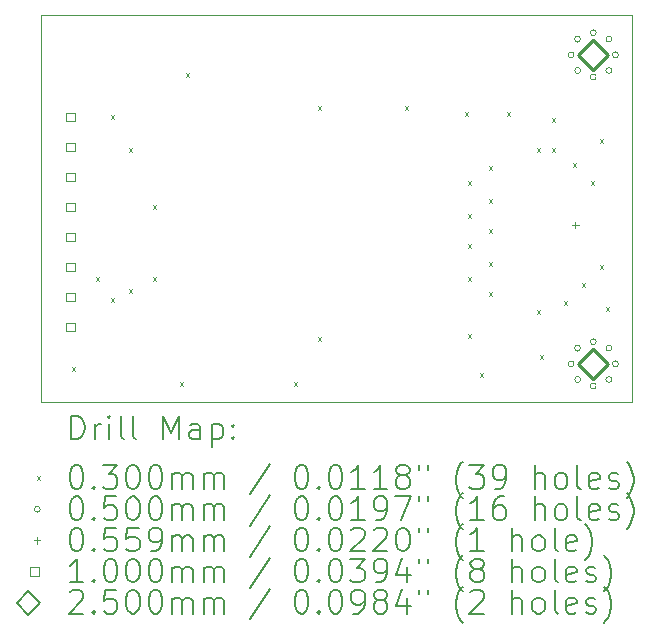
<source format=gbr>
%TF.GenerationSoftware,KiCad,Pcbnew,8.0.2*%
%TF.CreationDate,2024-06-12T13:55:33+02:00*%
%TF.ProjectId,e07-900m10s-breakout,6530372d-3930-4306-9d31-30732d627265,rev?*%
%TF.SameCoordinates,Original*%
%TF.FileFunction,Drillmap*%
%TF.FilePolarity,Positive*%
%FSLAX45Y45*%
G04 Gerber Fmt 4.5, Leading zero omitted, Abs format (unit mm)*
G04 Created by KiCad (PCBNEW 8.0.2) date 2024-06-12 13:55:33*
%MOMM*%
%LPD*%
G01*
G04 APERTURE LIST*
%ADD10C,0.050000*%
%ADD11C,0.200000*%
%ADD12C,0.100000*%
%ADD13C,0.250000*%
G04 APERTURE END LIST*
D10*
X10820400Y-4724400D02*
X15824200Y-4724400D01*
X15824200Y-8001000D01*
X10820400Y-8001000D01*
X10820400Y-4724400D01*
D11*
D12*
X11084800Y-7706600D02*
X11114800Y-7736600D01*
X11114800Y-7706600D02*
X11084800Y-7736600D01*
X11288000Y-6944600D02*
X11318000Y-6974600D01*
X11318000Y-6944600D02*
X11288000Y-6974600D01*
X11415000Y-5573000D02*
X11445000Y-5603000D01*
X11445000Y-5573000D02*
X11415000Y-5603000D01*
X11415000Y-7122400D02*
X11445000Y-7152400D01*
X11445000Y-7122400D02*
X11415000Y-7152400D01*
X11567400Y-5852400D02*
X11597400Y-5882400D01*
X11597400Y-5852400D02*
X11567400Y-5882400D01*
X11567400Y-7046200D02*
X11597400Y-7076200D01*
X11597400Y-7046200D02*
X11567400Y-7076200D01*
X11770600Y-6335000D02*
X11800600Y-6365000D01*
X11800600Y-6335000D02*
X11770600Y-6365000D01*
X11770600Y-6944600D02*
X11800600Y-6974600D01*
X11800600Y-6944600D02*
X11770600Y-6974600D01*
X11999200Y-7833600D02*
X12029200Y-7863600D01*
X12029200Y-7833600D02*
X11999200Y-7863600D01*
X12050000Y-5217400D02*
X12080000Y-5247400D01*
X12080000Y-5217400D02*
X12050000Y-5247400D01*
X12964400Y-7833600D02*
X12994400Y-7863600D01*
X12994400Y-7833600D02*
X12964400Y-7863600D01*
X13167600Y-5496800D02*
X13197600Y-5526800D01*
X13197600Y-5496800D02*
X13167600Y-5526800D01*
X13167600Y-7452600D02*
X13197600Y-7482600D01*
X13197600Y-7452600D02*
X13167600Y-7482600D01*
X13904200Y-5496800D02*
X13934200Y-5526800D01*
X13934200Y-5496800D02*
X13904200Y-5526800D01*
X14412200Y-5547600D02*
X14442200Y-5577600D01*
X14442200Y-5547600D02*
X14412200Y-5577600D01*
X14437600Y-6131800D02*
X14467600Y-6161800D01*
X14467600Y-6131800D02*
X14437600Y-6161800D01*
X14437600Y-6411200D02*
X14467600Y-6441200D01*
X14467600Y-6411200D02*
X14437600Y-6441200D01*
X14437600Y-6665200D02*
X14467600Y-6695200D01*
X14467600Y-6665200D02*
X14437600Y-6695200D01*
X14437600Y-6944600D02*
X14467600Y-6974600D01*
X14467600Y-6944600D02*
X14437600Y-6974600D01*
X14437600Y-7427200D02*
X14467600Y-7457200D01*
X14467600Y-7427200D02*
X14437600Y-7457200D01*
X14539200Y-7757400D02*
X14569200Y-7787400D01*
X14569200Y-7757400D02*
X14539200Y-7787400D01*
X14615400Y-6004800D02*
X14645400Y-6034800D01*
X14645400Y-6004800D02*
X14615400Y-6034800D01*
X14615400Y-6284200D02*
X14645400Y-6314200D01*
X14645400Y-6284200D02*
X14615400Y-6314200D01*
X14615400Y-6538200D02*
X14645400Y-6568200D01*
X14645400Y-6538200D02*
X14615400Y-6568200D01*
X14615400Y-6817600D02*
X14645400Y-6847600D01*
X14645400Y-6817600D02*
X14615400Y-6847600D01*
X14615400Y-7071600D02*
X14645400Y-7101600D01*
X14645400Y-7071600D02*
X14615400Y-7101600D01*
X14767800Y-5547600D02*
X14797800Y-5577600D01*
X14797800Y-5547600D02*
X14767800Y-5577600D01*
X15021800Y-5852400D02*
X15051800Y-5882400D01*
X15051800Y-5852400D02*
X15021800Y-5882400D01*
X15021800Y-7224000D02*
X15051800Y-7254000D01*
X15051800Y-7224000D02*
X15021800Y-7254000D01*
X15047200Y-7605000D02*
X15077200Y-7635000D01*
X15077200Y-7605000D02*
X15047200Y-7635000D01*
X15148800Y-5598400D02*
X15178800Y-5628400D01*
X15178800Y-5598400D02*
X15148800Y-5628400D01*
X15148800Y-5852400D02*
X15178800Y-5882400D01*
X15178800Y-5852400D02*
X15148800Y-5882400D01*
X15250400Y-7147800D02*
X15280400Y-7177800D01*
X15280400Y-7147800D02*
X15250400Y-7177800D01*
X15326600Y-5979400D02*
X15356600Y-6009400D01*
X15356600Y-5979400D02*
X15326600Y-6009400D01*
X15402800Y-6995400D02*
X15432800Y-7025400D01*
X15432800Y-6995400D02*
X15402800Y-7025400D01*
X15479000Y-6131800D02*
X15509000Y-6161800D01*
X15509000Y-6131800D02*
X15479000Y-6161800D01*
X15555200Y-5776200D02*
X15585200Y-5806200D01*
X15585200Y-5776200D02*
X15555200Y-5806200D01*
X15555200Y-6843000D02*
X15585200Y-6873000D01*
X15585200Y-6843000D02*
X15555200Y-6873000D01*
X15606000Y-7198600D02*
X15636000Y-7228600D01*
X15636000Y-7198600D02*
X15606000Y-7228600D01*
X15337082Y-5060183D02*
G75*
G02*
X15287082Y-5060183I-25000J0D01*
G01*
X15287082Y-5060183D02*
G75*
G02*
X15337082Y-5060183I25000J0D01*
G01*
X15337082Y-7676382D02*
G75*
G02*
X15287082Y-7676382I-25000J0D01*
G01*
X15287082Y-7676382D02*
G75*
G02*
X15337082Y-7676382I25000J0D01*
G01*
X15392000Y-4927600D02*
G75*
G02*
X15342000Y-4927600I-25000J0D01*
G01*
X15342000Y-4927600D02*
G75*
G02*
X15392000Y-4927600I25000J0D01*
G01*
X15392000Y-5192765D02*
G75*
G02*
X15342000Y-5192765I-25000J0D01*
G01*
X15342000Y-5192765D02*
G75*
G02*
X15392000Y-5192765I25000J0D01*
G01*
X15392000Y-7543800D02*
G75*
G02*
X15342000Y-7543800I-25000J0D01*
G01*
X15342000Y-7543800D02*
G75*
G02*
X15392000Y-7543800I25000J0D01*
G01*
X15392000Y-7808965D02*
G75*
G02*
X15342000Y-7808965I-25000J0D01*
G01*
X15342000Y-7808965D02*
G75*
G02*
X15392000Y-7808965I25000J0D01*
G01*
X15524582Y-4872683D02*
G75*
G02*
X15474582Y-4872683I-25000J0D01*
G01*
X15474582Y-4872683D02*
G75*
G02*
X15524582Y-4872683I25000J0D01*
G01*
X15524582Y-5247683D02*
G75*
G02*
X15474582Y-5247683I-25000J0D01*
G01*
X15474582Y-5247683D02*
G75*
G02*
X15524582Y-5247683I25000J0D01*
G01*
X15524582Y-7488882D02*
G75*
G02*
X15474582Y-7488882I-25000J0D01*
G01*
X15474582Y-7488882D02*
G75*
G02*
X15524582Y-7488882I25000J0D01*
G01*
X15524582Y-7863882D02*
G75*
G02*
X15474582Y-7863882I-25000J0D01*
G01*
X15474582Y-7863882D02*
G75*
G02*
X15524582Y-7863882I25000J0D01*
G01*
X15657165Y-4927600D02*
G75*
G02*
X15607165Y-4927600I-25000J0D01*
G01*
X15607165Y-4927600D02*
G75*
G02*
X15657165Y-4927600I25000J0D01*
G01*
X15657165Y-5192765D02*
G75*
G02*
X15607165Y-5192765I-25000J0D01*
G01*
X15607165Y-5192765D02*
G75*
G02*
X15657165Y-5192765I25000J0D01*
G01*
X15657165Y-7543800D02*
G75*
G02*
X15607165Y-7543800I-25000J0D01*
G01*
X15607165Y-7543800D02*
G75*
G02*
X15657165Y-7543800I25000J0D01*
G01*
X15657165Y-7808965D02*
G75*
G02*
X15607165Y-7808965I-25000J0D01*
G01*
X15607165Y-7808965D02*
G75*
G02*
X15657165Y-7808965I25000J0D01*
G01*
X15712082Y-5060183D02*
G75*
G02*
X15662082Y-5060183I-25000J0D01*
G01*
X15662082Y-5060183D02*
G75*
G02*
X15712082Y-5060183I25000J0D01*
G01*
X15712082Y-7676382D02*
G75*
G02*
X15662082Y-7676382I-25000J0D01*
G01*
X15662082Y-7676382D02*
G75*
G02*
X15712082Y-7676382I25000J0D01*
G01*
X15347950Y-6474460D02*
X15347950Y-6530340D01*
X15320010Y-6502400D02*
X15375890Y-6502400D01*
X11109756Y-5623356D02*
X11109756Y-5552644D01*
X11039044Y-5552644D01*
X11039044Y-5623356D01*
X11109756Y-5623356D01*
X11109756Y-5877356D02*
X11109756Y-5806644D01*
X11039044Y-5806644D01*
X11039044Y-5877356D01*
X11109756Y-5877356D01*
X11109756Y-6131356D02*
X11109756Y-6060644D01*
X11039044Y-6060644D01*
X11039044Y-6131356D01*
X11109756Y-6131356D01*
X11109756Y-6385356D02*
X11109756Y-6314644D01*
X11039044Y-6314644D01*
X11039044Y-6385356D01*
X11109756Y-6385356D01*
X11109756Y-6639356D02*
X11109756Y-6568644D01*
X11039044Y-6568644D01*
X11039044Y-6639356D01*
X11109756Y-6639356D01*
X11109756Y-6893356D02*
X11109756Y-6822644D01*
X11039044Y-6822644D01*
X11039044Y-6893356D01*
X11109756Y-6893356D01*
X11109756Y-7147356D02*
X11109756Y-7076644D01*
X11039044Y-7076644D01*
X11039044Y-7147356D01*
X11109756Y-7147356D01*
X11109756Y-7401356D02*
X11109756Y-7330644D01*
X11039044Y-7330644D01*
X11039044Y-7401356D01*
X11109756Y-7401356D01*
D13*
X15499582Y-5185183D02*
X15624582Y-5060183D01*
X15499582Y-4935183D01*
X15374582Y-5060183D01*
X15499582Y-5185183D01*
X15499582Y-7801382D02*
X15624582Y-7676382D01*
X15499582Y-7551382D01*
X15374582Y-7676382D01*
X15499582Y-7801382D01*
D11*
X11078677Y-8314984D02*
X11078677Y-8114984D01*
X11078677Y-8114984D02*
X11126296Y-8114984D01*
X11126296Y-8114984D02*
X11154867Y-8124508D01*
X11154867Y-8124508D02*
X11173915Y-8143555D01*
X11173915Y-8143555D02*
X11183439Y-8162603D01*
X11183439Y-8162603D02*
X11192962Y-8200698D01*
X11192962Y-8200698D02*
X11192962Y-8229269D01*
X11192962Y-8229269D02*
X11183439Y-8267365D01*
X11183439Y-8267365D02*
X11173915Y-8286412D01*
X11173915Y-8286412D02*
X11154867Y-8305460D01*
X11154867Y-8305460D02*
X11126296Y-8314984D01*
X11126296Y-8314984D02*
X11078677Y-8314984D01*
X11278677Y-8314984D02*
X11278677Y-8181650D01*
X11278677Y-8219746D02*
X11288201Y-8200698D01*
X11288201Y-8200698D02*
X11297724Y-8191174D01*
X11297724Y-8191174D02*
X11316772Y-8181650D01*
X11316772Y-8181650D02*
X11335820Y-8181650D01*
X11402486Y-8314984D02*
X11402486Y-8181650D01*
X11402486Y-8114984D02*
X11392962Y-8124508D01*
X11392962Y-8124508D02*
X11402486Y-8134031D01*
X11402486Y-8134031D02*
X11412010Y-8124508D01*
X11412010Y-8124508D02*
X11402486Y-8114984D01*
X11402486Y-8114984D02*
X11402486Y-8134031D01*
X11526296Y-8314984D02*
X11507248Y-8305460D01*
X11507248Y-8305460D02*
X11497724Y-8286412D01*
X11497724Y-8286412D02*
X11497724Y-8114984D01*
X11631058Y-8314984D02*
X11612010Y-8305460D01*
X11612010Y-8305460D02*
X11602486Y-8286412D01*
X11602486Y-8286412D02*
X11602486Y-8114984D01*
X11859629Y-8314984D02*
X11859629Y-8114984D01*
X11859629Y-8114984D02*
X11926296Y-8257841D01*
X11926296Y-8257841D02*
X11992962Y-8114984D01*
X11992962Y-8114984D02*
X11992962Y-8314984D01*
X12173915Y-8314984D02*
X12173915Y-8210222D01*
X12173915Y-8210222D02*
X12164391Y-8191174D01*
X12164391Y-8191174D02*
X12145343Y-8181650D01*
X12145343Y-8181650D02*
X12107248Y-8181650D01*
X12107248Y-8181650D02*
X12088201Y-8191174D01*
X12173915Y-8305460D02*
X12154867Y-8314984D01*
X12154867Y-8314984D02*
X12107248Y-8314984D01*
X12107248Y-8314984D02*
X12088201Y-8305460D01*
X12088201Y-8305460D02*
X12078677Y-8286412D01*
X12078677Y-8286412D02*
X12078677Y-8267365D01*
X12078677Y-8267365D02*
X12088201Y-8248317D01*
X12088201Y-8248317D02*
X12107248Y-8238793D01*
X12107248Y-8238793D02*
X12154867Y-8238793D01*
X12154867Y-8238793D02*
X12173915Y-8229269D01*
X12269153Y-8181650D02*
X12269153Y-8381650D01*
X12269153Y-8191174D02*
X12288201Y-8181650D01*
X12288201Y-8181650D02*
X12326296Y-8181650D01*
X12326296Y-8181650D02*
X12345343Y-8191174D01*
X12345343Y-8191174D02*
X12354867Y-8200698D01*
X12354867Y-8200698D02*
X12364391Y-8219746D01*
X12364391Y-8219746D02*
X12364391Y-8276888D01*
X12364391Y-8276888D02*
X12354867Y-8295936D01*
X12354867Y-8295936D02*
X12345343Y-8305460D01*
X12345343Y-8305460D02*
X12326296Y-8314984D01*
X12326296Y-8314984D02*
X12288201Y-8314984D01*
X12288201Y-8314984D02*
X12269153Y-8305460D01*
X12450105Y-8295936D02*
X12459629Y-8305460D01*
X12459629Y-8305460D02*
X12450105Y-8314984D01*
X12450105Y-8314984D02*
X12440582Y-8305460D01*
X12440582Y-8305460D02*
X12450105Y-8295936D01*
X12450105Y-8295936D02*
X12450105Y-8314984D01*
X12450105Y-8191174D02*
X12459629Y-8200698D01*
X12459629Y-8200698D02*
X12450105Y-8210222D01*
X12450105Y-8210222D02*
X12440582Y-8200698D01*
X12440582Y-8200698D02*
X12450105Y-8191174D01*
X12450105Y-8191174D02*
X12450105Y-8210222D01*
D12*
X10787900Y-8628500D02*
X10817900Y-8658500D01*
X10817900Y-8628500D02*
X10787900Y-8658500D01*
D11*
X11116772Y-8534984D02*
X11135820Y-8534984D01*
X11135820Y-8534984D02*
X11154867Y-8544508D01*
X11154867Y-8544508D02*
X11164391Y-8554031D01*
X11164391Y-8554031D02*
X11173915Y-8573079D01*
X11173915Y-8573079D02*
X11183439Y-8611174D01*
X11183439Y-8611174D02*
X11183439Y-8658793D01*
X11183439Y-8658793D02*
X11173915Y-8696889D01*
X11173915Y-8696889D02*
X11164391Y-8715936D01*
X11164391Y-8715936D02*
X11154867Y-8725460D01*
X11154867Y-8725460D02*
X11135820Y-8734984D01*
X11135820Y-8734984D02*
X11116772Y-8734984D01*
X11116772Y-8734984D02*
X11097724Y-8725460D01*
X11097724Y-8725460D02*
X11088201Y-8715936D01*
X11088201Y-8715936D02*
X11078677Y-8696889D01*
X11078677Y-8696889D02*
X11069153Y-8658793D01*
X11069153Y-8658793D02*
X11069153Y-8611174D01*
X11069153Y-8611174D02*
X11078677Y-8573079D01*
X11078677Y-8573079D02*
X11088201Y-8554031D01*
X11088201Y-8554031D02*
X11097724Y-8544508D01*
X11097724Y-8544508D02*
X11116772Y-8534984D01*
X11269153Y-8715936D02*
X11278677Y-8725460D01*
X11278677Y-8725460D02*
X11269153Y-8734984D01*
X11269153Y-8734984D02*
X11259629Y-8725460D01*
X11259629Y-8725460D02*
X11269153Y-8715936D01*
X11269153Y-8715936D02*
X11269153Y-8734984D01*
X11345343Y-8534984D02*
X11469153Y-8534984D01*
X11469153Y-8534984D02*
X11402486Y-8611174D01*
X11402486Y-8611174D02*
X11431058Y-8611174D01*
X11431058Y-8611174D02*
X11450105Y-8620698D01*
X11450105Y-8620698D02*
X11459629Y-8630222D01*
X11459629Y-8630222D02*
X11469153Y-8649270D01*
X11469153Y-8649270D02*
X11469153Y-8696889D01*
X11469153Y-8696889D02*
X11459629Y-8715936D01*
X11459629Y-8715936D02*
X11450105Y-8725460D01*
X11450105Y-8725460D02*
X11431058Y-8734984D01*
X11431058Y-8734984D02*
X11373915Y-8734984D01*
X11373915Y-8734984D02*
X11354867Y-8725460D01*
X11354867Y-8725460D02*
X11345343Y-8715936D01*
X11592962Y-8534984D02*
X11612010Y-8534984D01*
X11612010Y-8534984D02*
X11631058Y-8544508D01*
X11631058Y-8544508D02*
X11640582Y-8554031D01*
X11640582Y-8554031D02*
X11650105Y-8573079D01*
X11650105Y-8573079D02*
X11659629Y-8611174D01*
X11659629Y-8611174D02*
X11659629Y-8658793D01*
X11659629Y-8658793D02*
X11650105Y-8696889D01*
X11650105Y-8696889D02*
X11640582Y-8715936D01*
X11640582Y-8715936D02*
X11631058Y-8725460D01*
X11631058Y-8725460D02*
X11612010Y-8734984D01*
X11612010Y-8734984D02*
X11592962Y-8734984D01*
X11592962Y-8734984D02*
X11573915Y-8725460D01*
X11573915Y-8725460D02*
X11564391Y-8715936D01*
X11564391Y-8715936D02*
X11554867Y-8696889D01*
X11554867Y-8696889D02*
X11545343Y-8658793D01*
X11545343Y-8658793D02*
X11545343Y-8611174D01*
X11545343Y-8611174D02*
X11554867Y-8573079D01*
X11554867Y-8573079D02*
X11564391Y-8554031D01*
X11564391Y-8554031D02*
X11573915Y-8544508D01*
X11573915Y-8544508D02*
X11592962Y-8534984D01*
X11783439Y-8534984D02*
X11802486Y-8534984D01*
X11802486Y-8534984D02*
X11821534Y-8544508D01*
X11821534Y-8544508D02*
X11831058Y-8554031D01*
X11831058Y-8554031D02*
X11840582Y-8573079D01*
X11840582Y-8573079D02*
X11850105Y-8611174D01*
X11850105Y-8611174D02*
X11850105Y-8658793D01*
X11850105Y-8658793D02*
X11840582Y-8696889D01*
X11840582Y-8696889D02*
X11831058Y-8715936D01*
X11831058Y-8715936D02*
X11821534Y-8725460D01*
X11821534Y-8725460D02*
X11802486Y-8734984D01*
X11802486Y-8734984D02*
X11783439Y-8734984D01*
X11783439Y-8734984D02*
X11764391Y-8725460D01*
X11764391Y-8725460D02*
X11754867Y-8715936D01*
X11754867Y-8715936D02*
X11745343Y-8696889D01*
X11745343Y-8696889D02*
X11735820Y-8658793D01*
X11735820Y-8658793D02*
X11735820Y-8611174D01*
X11735820Y-8611174D02*
X11745343Y-8573079D01*
X11745343Y-8573079D02*
X11754867Y-8554031D01*
X11754867Y-8554031D02*
X11764391Y-8544508D01*
X11764391Y-8544508D02*
X11783439Y-8534984D01*
X11935820Y-8734984D02*
X11935820Y-8601650D01*
X11935820Y-8620698D02*
X11945343Y-8611174D01*
X11945343Y-8611174D02*
X11964391Y-8601650D01*
X11964391Y-8601650D02*
X11992963Y-8601650D01*
X11992963Y-8601650D02*
X12012010Y-8611174D01*
X12012010Y-8611174D02*
X12021534Y-8630222D01*
X12021534Y-8630222D02*
X12021534Y-8734984D01*
X12021534Y-8630222D02*
X12031058Y-8611174D01*
X12031058Y-8611174D02*
X12050105Y-8601650D01*
X12050105Y-8601650D02*
X12078677Y-8601650D01*
X12078677Y-8601650D02*
X12097724Y-8611174D01*
X12097724Y-8611174D02*
X12107248Y-8630222D01*
X12107248Y-8630222D02*
X12107248Y-8734984D01*
X12202486Y-8734984D02*
X12202486Y-8601650D01*
X12202486Y-8620698D02*
X12212010Y-8611174D01*
X12212010Y-8611174D02*
X12231058Y-8601650D01*
X12231058Y-8601650D02*
X12259629Y-8601650D01*
X12259629Y-8601650D02*
X12278677Y-8611174D01*
X12278677Y-8611174D02*
X12288201Y-8630222D01*
X12288201Y-8630222D02*
X12288201Y-8734984D01*
X12288201Y-8630222D02*
X12297724Y-8611174D01*
X12297724Y-8611174D02*
X12316772Y-8601650D01*
X12316772Y-8601650D02*
X12345343Y-8601650D01*
X12345343Y-8601650D02*
X12364391Y-8611174D01*
X12364391Y-8611174D02*
X12373915Y-8630222D01*
X12373915Y-8630222D02*
X12373915Y-8734984D01*
X12764391Y-8525460D02*
X12592963Y-8782603D01*
X13021534Y-8534984D02*
X13040582Y-8534984D01*
X13040582Y-8534984D02*
X13059629Y-8544508D01*
X13059629Y-8544508D02*
X13069153Y-8554031D01*
X13069153Y-8554031D02*
X13078677Y-8573079D01*
X13078677Y-8573079D02*
X13088201Y-8611174D01*
X13088201Y-8611174D02*
X13088201Y-8658793D01*
X13088201Y-8658793D02*
X13078677Y-8696889D01*
X13078677Y-8696889D02*
X13069153Y-8715936D01*
X13069153Y-8715936D02*
X13059629Y-8725460D01*
X13059629Y-8725460D02*
X13040582Y-8734984D01*
X13040582Y-8734984D02*
X13021534Y-8734984D01*
X13021534Y-8734984D02*
X13002486Y-8725460D01*
X13002486Y-8725460D02*
X12992963Y-8715936D01*
X12992963Y-8715936D02*
X12983439Y-8696889D01*
X12983439Y-8696889D02*
X12973915Y-8658793D01*
X12973915Y-8658793D02*
X12973915Y-8611174D01*
X12973915Y-8611174D02*
X12983439Y-8573079D01*
X12983439Y-8573079D02*
X12992963Y-8554031D01*
X12992963Y-8554031D02*
X13002486Y-8544508D01*
X13002486Y-8544508D02*
X13021534Y-8534984D01*
X13173915Y-8715936D02*
X13183439Y-8725460D01*
X13183439Y-8725460D02*
X13173915Y-8734984D01*
X13173915Y-8734984D02*
X13164391Y-8725460D01*
X13164391Y-8725460D02*
X13173915Y-8715936D01*
X13173915Y-8715936D02*
X13173915Y-8734984D01*
X13307248Y-8534984D02*
X13326296Y-8534984D01*
X13326296Y-8534984D02*
X13345344Y-8544508D01*
X13345344Y-8544508D02*
X13354867Y-8554031D01*
X13354867Y-8554031D02*
X13364391Y-8573079D01*
X13364391Y-8573079D02*
X13373915Y-8611174D01*
X13373915Y-8611174D02*
X13373915Y-8658793D01*
X13373915Y-8658793D02*
X13364391Y-8696889D01*
X13364391Y-8696889D02*
X13354867Y-8715936D01*
X13354867Y-8715936D02*
X13345344Y-8725460D01*
X13345344Y-8725460D02*
X13326296Y-8734984D01*
X13326296Y-8734984D02*
X13307248Y-8734984D01*
X13307248Y-8734984D02*
X13288201Y-8725460D01*
X13288201Y-8725460D02*
X13278677Y-8715936D01*
X13278677Y-8715936D02*
X13269153Y-8696889D01*
X13269153Y-8696889D02*
X13259629Y-8658793D01*
X13259629Y-8658793D02*
X13259629Y-8611174D01*
X13259629Y-8611174D02*
X13269153Y-8573079D01*
X13269153Y-8573079D02*
X13278677Y-8554031D01*
X13278677Y-8554031D02*
X13288201Y-8544508D01*
X13288201Y-8544508D02*
X13307248Y-8534984D01*
X13564391Y-8734984D02*
X13450106Y-8734984D01*
X13507248Y-8734984D02*
X13507248Y-8534984D01*
X13507248Y-8534984D02*
X13488201Y-8563555D01*
X13488201Y-8563555D02*
X13469153Y-8582603D01*
X13469153Y-8582603D02*
X13450106Y-8592127D01*
X13754867Y-8734984D02*
X13640582Y-8734984D01*
X13697725Y-8734984D02*
X13697725Y-8534984D01*
X13697725Y-8534984D02*
X13678677Y-8563555D01*
X13678677Y-8563555D02*
X13659629Y-8582603D01*
X13659629Y-8582603D02*
X13640582Y-8592127D01*
X13869153Y-8620698D02*
X13850106Y-8611174D01*
X13850106Y-8611174D02*
X13840582Y-8601650D01*
X13840582Y-8601650D02*
X13831058Y-8582603D01*
X13831058Y-8582603D02*
X13831058Y-8573079D01*
X13831058Y-8573079D02*
X13840582Y-8554031D01*
X13840582Y-8554031D02*
X13850106Y-8544508D01*
X13850106Y-8544508D02*
X13869153Y-8534984D01*
X13869153Y-8534984D02*
X13907248Y-8534984D01*
X13907248Y-8534984D02*
X13926296Y-8544508D01*
X13926296Y-8544508D02*
X13935820Y-8554031D01*
X13935820Y-8554031D02*
X13945344Y-8573079D01*
X13945344Y-8573079D02*
X13945344Y-8582603D01*
X13945344Y-8582603D02*
X13935820Y-8601650D01*
X13935820Y-8601650D02*
X13926296Y-8611174D01*
X13926296Y-8611174D02*
X13907248Y-8620698D01*
X13907248Y-8620698D02*
X13869153Y-8620698D01*
X13869153Y-8620698D02*
X13850106Y-8630222D01*
X13850106Y-8630222D02*
X13840582Y-8639746D01*
X13840582Y-8639746D02*
X13831058Y-8658793D01*
X13831058Y-8658793D02*
X13831058Y-8696889D01*
X13831058Y-8696889D02*
X13840582Y-8715936D01*
X13840582Y-8715936D02*
X13850106Y-8725460D01*
X13850106Y-8725460D02*
X13869153Y-8734984D01*
X13869153Y-8734984D02*
X13907248Y-8734984D01*
X13907248Y-8734984D02*
X13926296Y-8725460D01*
X13926296Y-8725460D02*
X13935820Y-8715936D01*
X13935820Y-8715936D02*
X13945344Y-8696889D01*
X13945344Y-8696889D02*
X13945344Y-8658793D01*
X13945344Y-8658793D02*
X13935820Y-8639746D01*
X13935820Y-8639746D02*
X13926296Y-8630222D01*
X13926296Y-8630222D02*
X13907248Y-8620698D01*
X14021534Y-8534984D02*
X14021534Y-8573079D01*
X14097725Y-8534984D02*
X14097725Y-8573079D01*
X14392963Y-8811174D02*
X14383439Y-8801650D01*
X14383439Y-8801650D02*
X14364391Y-8773079D01*
X14364391Y-8773079D02*
X14354868Y-8754031D01*
X14354868Y-8754031D02*
X14345344Y-8725460D01*
X14345344Y-8725460D02*
X14335820Y-8677841D01*
X14335820Y-8677841D02*
X14335820Y-8639746D01*
X14335820Y-8639746D02*
X14345344Y-8592127D01*
X14345344Y-8592127D02*
X14354868Y-8563555D01*
X14354868Y-8563555D02*
X14364391Y-8544508D01*
X14364391Y-8544508D02*
X14383439Y-8515936D01*
X14383439Y-8515936D02*
X14392963Y-8506412D01*
X14450106Y-8534984D02*
X14573915Y-8534984D01*
X14573915Y-8534984D02*
X14507248Y-8611174D01*
X14507248Y-8611174D02*
X14535820Y-8611174D01*
X14535820Y-8611174D02*
X14554868Y-8620698D01*
X14554868Y-8620698D02*
X14564391Y-8630222D01*
X14564391Y-8630222D02*
X14573915Y-8649270D01*
X14573915Y-8649270D02*
X14573915Y-8696889D01*
X14573915Y-8696889D02*
X14564391Y-8715936D01*
X14564391Y-8715936D02*
X14554868Y-8725460D01*
X14554868Y-8725460D02*
X14535820Y-8734984D01*
X14535820Y-8734984D02*
X14478677Y-8734984D01*
X14478677Y-8734984D02*
X14459629Y-8725460D01*
X14459629Y-8725460D02*
X14450106Y-8715936D01*
X14669153Y-8734984D02*
X14707248Y-8734984D01*
X14707248Y-8734984D02*
X14726296Y-8725460D01*
X14726296Y-8725460D02*
X14735820Y-8715936D01*
X14735820Y-8715936D02*
X14754868Y-8687365D01*
X14754868Y-8687365D02*
X14764391Y-8649270D01*
X14764391Y-8649270D02*
X14764391Y-8573079D01*
X14764391Y-8573079D02*
X14754868Y-8554031D01*
X14754868Y-8554031D02*
X14745344Y-8544508D01*
X14745344Y-8544508D02*
X14726296Y-8534984D01*
X14726296Y-8534984D02*
X14688201Y-8534984D01*
X14688201Y-8534984D02*
X14669153Y-8544508D01*
X14669153Y-8544508D02*
X14659629Y-8554031D01*
X14659629Y-8554031D02*
X14650106Y-8573079D01*
X14650106Y-8573079D02*
X14650106Y-8620698D01*
X14650106Y-8620698D02*
X14659629Y-8639746D01*
X14659629Y-8639746D02*
X14669153Y-8649270D01*
X14669153Y-8649270D02*
X14688201Y-8658793D01*
X14688201Y-8658793D02*
X14726296Y-8658793D01*
X14726296Y-8658793D02*
X14745344Y-8649270D01*
X14745344Y-8649270D02*
X14754868Y-8639746D01*
X14754868Y-8639746D02*
X14764391Y-8620698D01*
X15002487Y-8734984D02*
X15002487Y-8534984D01*
X15088201Y-8734984D02*
X15088201Y-8630222D01*
X15088201Y-8630222D02*
X15078677Y-8611174D01*
X15078677Y-8611174D02*
X15059630Y-8601650D01*
X15059630Y-8601650D02*
X15031058Y-8601650D01*
X15031058Y-8601650D02*
X15012010Y-8611174D01*
X15012010Y-8611174D02*
X15002487Y-8620698D01*
X15212010Y-8734984D02*
X15192963Y-8725460D01*
X15192963Y-8725460D02*
X15183439Y-8715936D01*
X15183439Y-8715936D02*
X15173915Y-8696889D01*
X15173915Y-8696889D02*
X15173915Y-8639746D01*
X15173915Y-8639746D02*
X15183439Y-8620698D01*
X15183439Y-8620698D02*
X15192963Y-8611174D01*
X15192963Y-8611174D02*
X15212010Y-8601650D01*
X15212010Y-8601650D02*
X15240582Y-8601650D01*
X15240582Y-8601650D02*
X15259630Y-8611174D01*
X15259630Y-8611174D02*
X15269153Y-8620698D01*
X15269153Y-8620698D02*
X15278677Y-8639746D01*
X15278677Y-8639746D02*
X15278677Y-8696889D01*
X15278677Y-8696889D02*
X15269153Y-8715936D01*
X15269153Y-8715936D02*
X15259630Y-8725460D01*
X15259630Y-8725460D02*
X15240582Y-8734984D01*
X15240582Y-8734984D02*
X15212010Y-8734984D01*
X15392963Y-8734984D02*
X15373915Y-8725460D01*
X15373915Y-8725460D02*
X15364391Y-8706412D01*
X15364391Y-8706412D02*
X15364391Y-8534984D01*
X15545344Y-8725460D02*
X15526296Y-8734984D01*
X15526296Y-8734984D02*
X15488201Y-8734984D01*
X15488201Y-8734984D02*
X15469153Y-8725460D01*
X15469153Y-8725460D02*
X15459630Y-8706412D01*
X15459630Y-8706412D02*
X15459630Y-8630222D01*
X15459630Y-8630222D02*
X15469153Y-8611174D01*
X15469153Y-8611174D02*
X15488201Y-8601650D01*
X15488201Y-8601650D02*
X15526296Y-8601650D01*
X15526296Y-8601650D02*
X15545344Y-8611174D01*
X15545344Y-8611174D02*
X15554868Y-8630222D01*
X15554868Y-8630222D02*
X15554868Y-8649270D01*
X15554868Y-8649270D02*
X15459630Y-8668317D01*
X15631058Y-8725460D02*
X15650106Y-8734984D01*
X15650106Y-8734984D02*
X15688201Y-8734984D01*
X15688201Y-8734984D02*
X15707249Y-8725460D01*
X15707249Y-8725460D02*
X15716772Y-8706412D01*
X15716772Y-8706412D02*
X15716772Y-8696889D01*
X15716772Y-8696889D02*
X15707249Y-8677841D01*
X15707249Y-8677841D02*
X15688201Y-8668317D01*
X15688201Y-8668317D02*
X15659630Y-8668317D01*
X15659630Y-8668317D02*
X15640582Y-8658793D01*
X15640582Y-8658793D02*
X15631058Y-8639746D01*
X15631058Y-8639746D02*
X15631058Y-8630222D01*
X15631058Y-8630222D02*
X15640582Y-8611174D01*
X15640582Y-8611174D02*
X15659630Y-8601650D01*
X15659630Y-8601650D02*
X15688201Y-8601650D01*
X15688201Y-8601650D02*
X15707249Y-8611174D01*
X15783439Y-8811174D02*
X15792963Y-8801650D01*
X15792963Y-8801650D02*
X15812011Y-8773079D01*
X15812011Y-8773079D02*
X15821534Y-8754031D01*
X15821534Y-8754031D02*
X15831058Y-8725460D01*
X15831058Y-8725460D02*
X15840582Y-8677841D01*
X15840582Y-8677841D02*
X15840582Y-8639746D01*
X15840582Y-8639746D02*
X15831058Y-8592127D01*
X15831058Y-8592127D02*
X15821534Y-8563555D01*
X15821534Y-8563555D02*
X15812011Y-8544508D01*
X15812011Y-8544508D02*
X15792963Y-8515936D01*
X15792963Y-8515936D02*
X15783439Y-8506412D01*
D12*
X10817900Y-8907500D02*
G75*
G02*
X10767900Y-8907500I-25000J0D01*
G01*
X10767900Y-8907500D02*
G75*
G02*
X10817900Y-8907500I25000J0D01*
G01*
D11*
X11116772Y-8798984D02*
X11135820Y-8798984D01*
X11135820Y-8798984D02*
X11154867Y-8808508D01*
X11154867Y-8808508D02*
X11164391Y-8818031D01*
X11164391Y-8818031D02*
X11173915Y-8837079D01*
X11173915Y-8837079D02*
X11183439Y-8875174D01*
X11183439Y-8875174D02*
X11183439Y-8922793D01*
X11183439Y-8922793D02*
X11173915Y-8960889D01*
X11173915Y-8960889D02*
X11164391Y-8979936D01*
X11164391Y-8979936D02*
X11154867Y-8989460D01*
X11154867Y-8989460D02*
X11135820Y-8998984D01*
X11135820Y-8998984D02*
X11116772Y-8998984D01*
X11116772Y-8998984D02*
X11097724Y-8989460D01*
X11097724Y-8989460D02*
X11088201Y-8979936D01*
X11088201Y-8979936D02*
X11078677Y-8960889D01*
X11078677Y-8960889D02*
X11069153Y-8922793D01*
X11069153Y-8922793D02*
X11069153Y-8875174D01*
X11069153Y-8875174D02*
X11078677Y-8837079D01*
X11078677Y-8837079D02*
X11088201Y-8818031D01*
X11088201Y-8818031D02*
X11097724Y-8808508D01*
X11097724Y-8808508D02*
X11116772Y-8798984D01*
X11269153Y-8979936D02*
X11278677Y-8989460D01*
X11278677Y-8989460D02*
X11269153Y-8998984D01*
X11269153Y-8998984D02*
X11259629Y-8989460D01*
X11259629Y-8989460D02*
X11269153Y-8979936D01*
X11269153Y-8979936D02*
X11269153Y-8998984D01*
X11459629Y-8798984D02*
X11364391Y-8798984D01*
X11364391Y-8798984D02*
X11354867Y-8894222D01*
X11354867Y-8894222D02*
X11364391Y-8884698D01*
X11364391Y-8884698D02*
X11383439Y-8875174D01*
X11383439Y-8875174D02*
X11431058Y-8875174D01*
X11431058Y-8875174D02*
X11450105Y-8884698D01*
X11450105Y-8884698D02*
X11459629Y-8894222D01*
X11459629Y-8894222D02*
X11469153Y-8913270D01*
X11469153Y-8913270D02*
X11469153Y-8960889D01*
X11469153Y-8960889D02*
X11459629Y-8979936D01*
X11459629Y-8979936D02*
X11450105Y-8989460D01*
X11450105Y-8989460D02*
X11431058Y-8998984D01*
X11431058Y-8998984D02*
X11383439Y-8998984D01*
X11383439Y-8998984D02*
X11364391Y-8989460D01*
X11364391Y-8989460D02*
X11354867Y-8979936D01*
X11592962Y-8798984D02*
X11612010Y-8798984D01*
X11612010Y-8798984D02*
X11631058Y-8808508D01*
X11631058Y-8808508D02*
X11640582Y-8818031D01*
X11640582Y-8818031D02*
X11650105Y-8837079D01*
X11650105Y-8837079D02*
X11659629Y-8875174D01*
X11659629Y-8875174D02*
X11659629Y-8922793D01*
X11659629Y-8922793D02*
X11650105Y-8960889D01*
X11650105Y-8960889D02*
X11640582Y-8979936D01*
X11640582Y-8979936D02*
X11631058Y-8989460D01*
X11631058Y-8989460D02*
X11612010Y-8998984D01*
X11612010Y-8998984D02*
X11592962Y-8998984D01*
X11592962Y-8998984D02*
X11573915Y-8989460D01*
X11573915Y-8989460D02*
X11564391Y-8979936D01*
X11564391Y-8979936D02*
X11554867Y-8960889D01*
X11554867Y-8960889D02*
X11545343Y-8922793D01*
X11545343Y-8922793D02*
X11545343Y-8875174D01*
X11545343Y-8875174D02*
X11554867Y-8837079D01*
X11554867Y-8837079D02*
X11564391Y-8818031D01*
X11564391Y-8818031D02*
X11573915Y-8808508D01*
X11573915Y-8808508D02*
X11592962Y-8798984D01*
X11783439Y-8798984D02*
X11802486Y-8798984D01*
X11802486Y-8798984D02*
X11821534Y-8808508D01*
X11821534Y-8808508D02*
X11831058Y-8818031D01*
X11831058Y-8818031D02*
X11840582Y-8837079D01*
X11840582Y-8837079D02*
X11850105Y-8875174D01*
X11850105Y-8875174D02*
X11850105Y-8922793D01*
X11850105Y-8922793D02*
X11840582Y-8960889D01*
X11840582Y-8960889D02*
X11831058Y-8979936D01*
X11831058Y-8979936D02*
X11821534Y-8989460D01*
X11821534Y-8989460D02*
X11802486Y-8998984D01*
X11802486Y-8998984D02*
X11783439Y-8998984D01*
X11783439Y-8998984D02*
X11764391Y-8989460D01*
X11764391Y-8989460D02*
X11754867Y-8979936D01*
X11754867Y-8979936D02*
X11745343Y-8960889D01*
X11745343Y-8960889D02*
X11735820Y-8922793D01*
X11735820Y-8922793D02*
X11735820Y-8875174D01*
X11735820Y-8875174D02*
X11745343Y-8837079D01*
X11745343Y-8837079D02*
X11754867Y-8818031D01*
X11754867Y-8818031D02*
X11764391Y-8808508D01*
X11764391Y-8808508D02*
X11783439Y-8798984D01*
X11935820Y-8998984D02*
X11935820Y-8865650D01*
X11935820Y-8884698D02*
X11945343Y-8875174D01*
X11945343Y-8875174D02*
X11964391Y-8865650D01*
X11964391Y-8865650D02*
X11992963Y-8865650D01*
X11992963Y-8865650D02*
X12012010Y-8875174D01*
X12012010Y-8875174D02*
X12021534Y-8894222D01*
X12021534Y-8894222D02*
X12021534Y-8998984D01*
X12021534Y-8894222D02*
X12031058Y-8875174D01*
X12031058Y-8875174D02*
X12050105Y-8865650D01*
X12050105Y-8865650D02*
X12078677Y-8865650D01*
X12078677Y-8865650D02*
X12097724Y-8875174D01*
X12097724Y-8875174D02*
X12107248Y-8894222D01*
X12107248Y-8894222D02*
X12107248Y-8998984D01*
X12202486Y-8998984D02*
X12202486Y-8865650D01*
X12202486Y-8884698D02*
X12212010Y-8875174D01*
X12212010Y-8875174D02*
X12231058Y-8865650D01*
X12231058Y-8865650D02*
X12259629Y-8865650D01*
X12259629Y-8865650D02*
X12278677Y-8875174D01*
X12278677Y-8875174D02*
X12288201Y-8894222D01*
X12288201Y-8894222D02*
X12288201Y-8998984D01*
X12288201Y-8894222D02*
X12297724Y-8875174D01*
X12297724Y-8875174D02*
X12316772Y-8865650D01*
X12316772Y-8865650D02*
X12345343Y-8865650D01*
X12345343Y-8865650D02*
X12364391Y-8875174D01*
X12364391Y-8875174D02*
X12373915Y-8894222D01*
X12373915Y-8894222D02*
X12373915Y-8998984D01*
X12764391Y-8789460D02*
X12592963Y-9046603D01*
X13021534Y-8798984D02*
X13040582Y-8798984D01*
X13040582Y-8798984D02*
X13059629Y-8808508D01*
X13059629Y-8808508D02*
X13069153Y-8818031D01*
X13069153Y-8818031D02*
X13078677Y-8837079D01*
X13078677Y-8837079D02*
X13088201Y-8875174D01*
X13088201Y-8875174D02*
X13088201Y-8922793D01*
X13088201Y-8922793D02*
X13078677Y-8960889D01*
X13078677Y-8960889D02*
X13069153Y-8979936D01*
X13069153Y-8979936D02*
X13059629Y-8989460D01*
X13059629Y-8989460D02*
X13040582Y-8998984D01*
X13040582Y-8998984D02*
X13021534Y-8998984D01*
X13021534Y-8998984D02*
X13002486Y-8989460D01*
X13002486Y-8989460D02*
X12992963Y-8979936D01*
X12992963Y-8979936D02*
X12983439Y-8960889D01*
X12983439Y-8960889D02*
X12973915Y-8922793D01*
X12973915Y-8922793D02*
X12973915Y-8875174D01*
X12973915Y-8875174D02*
X12983439Y-8837079D01*
X12983439Y-8837079D02*
X12992963Y-8818031D01*
X12992963Y-8818031D02*
X13002486Y-8808508D01*
X13002486Y-8808508D02*
X13021534Y-8798984D01*
X13173915Y-8979936D02*
X13183439Y-8989460D01*
X13183439Y-8989460D02*
X13173915Y-8998984D01*
X13173915Y-8998984D02*
X13164391Y-8989460D01*
X13164391Y-8989460D02*
X13173915Y-8979936D01*
X13173915Y-8979936D02*
X13173915Y-8998984D01*
X13307248Y-8798984D02*
X13326296Y-8798984D01*
X13326296Y-8798984D02*
X13345344Y-8808508D01*
X13345344Y-8808508D02*
X13354867Y-8818031D01*
X13354867Y-8818031D02*
X13364391Y-8837079D01*
X13364391Y-8837079D02*
X13373915Y-8875174D01*
X13373915Y-8875174D02*
X13373915Y-8922793D01*
X13373915Y-8922793D02*
X13364391Y-8960889D01*
X13364391Y-8960889D02*
X13354867Y-8979936D01*
X13354867Y-8979936D02*
X13345344Y-8989460D01*
X13345344Y-8989460D02*
X13326296Y-8998984D01*
X13326296Y-8998984D02*
X13307248Y-8998984D01*
X13307248Y-8998984D02*
X13288201Y-8989460D01*
X13288201Y-8989460D02*
X13278677Y-8979936D01*
X13278677Y-8979936D02*
X13269153Y-8960889D01*
X13269153Y-8960889D02*
X13259629Y-8922793D01*
X13259629Y-8922793D02*
X13259629Y-8875174D01*
X13259629Y-8875174D02*
X13269153Y-8837079D01*
X13269153Y-8837079D02*
X13278677Y-8818031D01*
X13278677Y-8818031D02*
X13288201Y-8808508D01*
X13288201Y-8808508D02*
X13307248Y-8798984D01*
X13564391Y-8998984D02*
X13450106Y-8998984D01*
X13507248Y-8998984D02*
X13507248Y-8798984D01*
X13507248Y-8798984D02*
X13488201Y-8827555D01*
X13488201Y-8827555D02*
X13469153Y-8846603D01*
X13469153Y-8846603D02*
X13450106Y-8856127D01*
X13659629Y-8998984D02*
X13697725Y-8998984D01*
X13697725Y-8998984D02*
X13716772Y-8989460D01*
X13716772Y-8989460D02*
X13726296Y-8979936D01*
X13726296Y-8979936D02*
X13745344Y-8951365D01*
X13745344Y-8951365D02*
X13754867Y-8913270D01*
X13754867Y-8913270D02*
X13754867Y-8837079D01*
X13754867Y-8837079D02*
X13745344Y-8818031D01*
X13745344Y-8818031D02*
X13735820Y-8808508D01*
X13735820Y-8808508D02*
X13716772Y-8798984D01*
X13716772Y-8798984D02*
X13678677Y-8798984D01*
X13678677Y-8798984D02*
X13659629Y-8808508D01*
X13659629Y-8808508D02*
X13650106Y-8818031D01*
X13650106Y-8818031D02*
X13640582Y-8837079D01*
X13640582Y-8837079D02*
X13640582Y-8884698D01*
X13640582Y-8884698D02*
X13650106Y-8903746D01*
X13650106Y-8903746D02*
X13659629Y-8913270D01*
X13659629Y-8913270D02*
X13678677Y-8922793D01*
X13678677Y-8922793D02*
X13716772Y-8922793D01*
X13716772Y-8922793D02*
X13735820Y-8913270D01*
X13735820Y-8913270D02*
X13745344Y-8903746D01*
X13745344Y-8903746D02*
X13754867Y-8884698D01*
X13821534Y-8798984D02*
X13954867Y-8798984D01*
X13954867Y-8798984D02*
X13869153Y-8998984D01*
X14021534Y-8798984D02*
X14021534Y-8837079D01*
X14097725Y-8798984D02*
X14097725Y-8837079D01*
X14392963Y-9075174D02*
X14383439Y-9065650D01*
X14383439Y-9065650D02*
X14364391Y-9037079D01*
X14364391Y-9037079D02*
X14354868Y-9018031D01*
X14354868Y-9018031D02*
X14345344Y-8989460D01*
X14345344Y-8989460D02*
X14335820Y-8941841D01*
X14335820Y-8941841D02*
X14335820Y-8903746D01*
X14335820Y-8903746D02*
X14345344Y-8856127D01*
X14345344Y-8856127D02*
X14354868Y-8827555D01*
X14354868Y-8827555D02*
X14364391Y-8808508D01*
X14364391Y-8808508D02*
X14383439Y-8779936D01*
X14383439Y-8779936D02*
X14392963Y-8770412D01*
X14573915Y-8998984D02*
X14459629Y-8998984D01*
X14516772Y-8998984D02*
X14516772Y-8798984D01*
X14516772Y-8798984D02*
X14497725Y-8827555D01*
X14497725Y-8827555D02*
X14478677Y-8846603D01*
X14478677Y-8846603D02*
X14459629Y-8856127D01*
X14745344Y-8798984D02*
X14707248Y-8798984D01*
X14707248Y-8798984D02*
X14688201Y-8808508D01*
X14688201Y-8808508D02*
X14678677Y-8818031D01*
X14678677Y-8818031D02*
X14659629Y-8846603D01*
X14659629Y-8846603D02*
X14650106Y-8884698D01*
X14650106Y-8884698D02*
X14650106Y-8960889D01*
X14650106Y-8960889D02*
X14659629Y-8979936D01*
X14659629Y-8979936D02*
X14669153Y-8989460D01*
X14669153Y-8989460D02*
X14688201Y-8998984D01*
X14688201Y-8998984D02*
X14726296Y-8998984D01*
X14726296Y-8998984D02*
X14745344Y-8989460D01*
X14745344Y-8989460D02*
X14754868Y-8979936D01*
X14754868Y-8979936D02*
X14764391Y-8960889D01*
X14764391Y-8960889D02*
X14764391Y-8913270D01*
X14764391Y-8913270D02*
X14754868Y-8894222D01*
X14754868Y-8894222D02*
X14745344Y-8884698D01*
X14745344Y-8884698D02*
X14726296Y-8875174D01*
X14726296Y-8875174D02*
X14688201Y-8875174D01*
X14688201Y-8875174D02*
X14669153Y-8884698D01*
X14669153Y-8884698D02*
X14659629Y-8894222D01*
X14659629Y-8894222D02*
X14650106Y-8913270D01*
X15002487Y-8998984D02*
X15002487Y-8798984D01*
X15088201Y-8998984D02*
X15088201Y-8894222D01*
X15088201Y-8894222D02*
X15078677Y-8875174D01*
X15078677Y-8875174D02*
X15059630Y-8865650D01*
X15059630Y-8865650D02*
X15031058Y-8865650D01*
X15031058Y-8865650D02*
X15012010Y-8875174D01*
X15012010Y-8875174D02*
X15002487Y-8884698D01*
X15212010Y-8998984D02*
X15192963Y-8989460D01*
X15192963Y-8989460D02*
X15183439Y-8979936D01*
X15183439Y-8979936D02*
X15173915Y-8960889D01*
X15173915Y-8960889D02*
X15173915Y-8903746D01*
X15173915Y-8903746D02*
X15183439Y-8884698D01*
X15183439Y-8884698D02*
X15192963Y-8875174D01*
X15192963Y-8875174D02*
X15212010Y-8865650D01*
X15212010Y-8865650D02*
X15240582Y-8865650D01*
X15240582Y-8865650D02*
X15259630Y-8875174D01*
X15259630Y-8875174D02*
X15269153Y-8884698D01*
X15269153Y-8884698D02*
X15278677Y-8903746D01*
X15278677Y-8903746D02*
X15278677Y-8960889D01*
X15278677Y-8960889D02*
X15269153Y-8979936D01*
X15269153Y-8979936D02*
X15259630Y-8989460D01*
X15259630Y-8989460D02*
X15240582Y-8998984D01*
X15240582Y-8998984D02*
X15212010Y-8998984D01*
X15392963Y-8998984D02*
X15373915Y-8989460D01*
X15373915Y-8989460D02*
X15364391Y-8970412D01*
X15364391Y-8970412D02*
X15364391Y-8798984D01*
X15545344Y-8989460D02*
X15526296Y-8998984D01*
X15526296Y-8998984D02*
X15488201Y-8998984D01*
X15488201Y-8998984D02*
X15469153Y-8989460D01*
X15469153Y-8989460D02*
X15459630Y-8970412D01*
X15459630Y-8970412D02*
X15459630Y-8894222D01*
X15459630Y-8894222D02*
X15469153Y-8875174D01*
X15469153Y-8875174D02*
X15488201Y-8865650D01*
X15488201Y-8865650D02*
X15526296Y-8865650D01*
X15526296Y-8865650D02*
X15545344Y-8875174D01*
X15545344Y-8875174D02*
X15554868Y-8894222D01*
X15554868Y-8894222D02*
X15554868Y-8913270D01*
X15554868Y-8913270D02*
X15459630Y-8932317D01*
X15631058Y-8989460D02*
X15650106Y-8998984D01*
X15650106Y-8998984D02*
X15688201Y-8998984D01*
X15688201Y-8998984D02*
X15707249Y-8989460D01*
X15707249Y-8989460D02*
X15716772Y-8970412D01*
X15716772Y-8970412D02*
X15716772Y-8960889D01*
X15716772Y-8960889D02*
X15707249Y-8941841D01*
X15707249Y-8941841D02*
X15688201Y-8932317D01*
X15688201Y-8932317D02*
X15659630Y-8932317D01*
X15659630Y-8932317D02*
X15640582Y-8922793D01*
X15640582Y-8922793D02*
X15631058Y-8903746D01*
X15631058Y-8903746D02*
X15631058Y-8894222D01*
X15631058Y-8894222D02*
X15640582Y-8875174D01*
X15640582Y-8875174D02*
X15659630Y-8865650D01*
X15659630Y-8865650D02*
X15688201Y-8865650D01*
X15688201Y-8865650D02*
X15707249Y-8875174D01*
X15783439Y-9075174D02*
X15792963Y-9065650D01*
X15792963Y-9065650D02*
X15812011Y-9037079D01*
X15812011Y-9037079D02*
X15821534Y-9018031D01*
X15821534Y-9018031D02*
X15831058Y-8989460D01*
X15831058Y-8989460D02*
X15840582Y-8941841D01*
X15840582Y-8941841D02*
X15840582Y-8903746D01*
X15840582Y-8903746D02*
X15831058Y-8856127D01*
X15831058Y-8856127D02*
X15821534Y-8827555D01*
X15821534Y-8827555D02*
X15812011Y-8808508D01*
X15812011Y-8808508D02*
X15792963Y-8779936D01*
X15792963Y-8779936D02*
X15783439Y-8770412D01*
D12*
X10789960Y-9143560D02*
X10789960Y-9199440D01*
X10762020Y-9171500D02*
X10817900Y-9171500D01*
D11*
X11116772Y-9062984D02*
X11135820Y-9062984D01*
X11135820Y-9062984D02*
X11154867Y-9072508D01*
X11154867Y-9072508D02*
X11164391Y-9082031D01*
X11164391Y-9082031D02*
X11173915Y-9101079D01*
X11173915Y-9101079D02*
X11183439Y-9139174D01*
X11183439Y-9139174D02*
X11183439Y-9186793D01*
X11183439Y-9186793D02*
X11173915Y-9224889D01*
X11173915Y-9224889D02*
X11164391Y-9243936D01*
X11164391Y-9243936D02*
X11154867Y-9253460D01*
X11154867Y-9253460D02*
X11135820Y-9262984D01*
X11135820Y-9262984D02*
X11116772Y-9262984D01*
X11116772Y-9262984D02*
X11097724Y-9253460D01*
X11097724Y-9253460D02*
X11088201Y-9243936D01*
X11088201Y-9243936D02*
X11078677Y-9224889D01*
X11078677Y-9224889D02*
X11069153Y-9186793D01*
X11069153Y-9186793D02*
X11069153Y-9139174D01*
X11069153Y-9139174D02*
X11078677Y-9101079D01*
X11078677Y-9101079D02*
X11088201Y-9082031D01*
X11088201Y-9082031D02*
X11097724Y-9072508D01*
X11097724Y-9072508D02*
X11116772Y-9062984D01*
X11269153Y-9243936D02*
X11278677Y-9253460D01*
X11278677Y-9253460D02*
X11269153Y-9262984D01*
X11269153Y-9262984D02*
X11259629Y-9253460D01*
X11259629Y-9253460D02*
X11269153Y-9243936D01*
X11269153Y-9243936D02*
X11269153Y-9262984D01*
X11459629Y-9062984D02*
X11364391Y-9062984D01*
X11364391Y-9062984D02*
X11354867Y-9158222D01*
X11354867Y-9158222D02*
X11364391Y-9148698D01*
X11364391Y-9148698D02*
X11383439Y-9139174D01*
X11383439Y-9139174D02*
X11431058Y-9139174D01*
X11431058Y-9139174D02*
X11450105Y-9148698D01*
X11450105Y-9148698D02*
X11459629Y-9158222D01*
X11459629Y-9158222D02*
X11469153Y-9177270D01*
X11469153Y-9177270D02*
X11469153Y-9224889D01*
X11469153Y-9224889D02*
X11459629Y-9243936D01*
X11459629Y-9243936D02*
X11450105Y-9253460D01*
X11450105Y-9253460D02*
X11431058Y-9262984D01*
X11431058Y-9262984D02*
X11383439Y-9262984D01*
X11383439Y-9262984D02*
X11364391Y-9253460D01*
X11364391Y-9253460D02*
X11354867Y-9243936D01*
X11650105Y-9062984D02*
X11554867Y-9062984D01*
X11554867Y-9062984D02*
X11545343Y-9158222D01*
X11545343Y-9158222D02*
X11554867Y-9148698D01*
X11554867Y-9148698D02*
X11573915Y-9139174D01*
X11573915Y-9139174D02*
X11621534Y-9139174D01*
X11621534Y-9139174D02*
X11640582Y-9148698D01*
X11640582Y-9148698D02*
X11650105Y-9158222D01*
X11650105Y-9158222D02*
X11659629Y-9177270D01*
X11659629Y-9177270D02*
X11659629Y-9224889D01*
X11659629Y-9224889D02*
X11650105Y-9243936D01*
X11650105Y-9243936D02*
X11640582Y-9253460D01*
X11640582Y-9253460D02*
X11621534Y-9262984D01*
X11621534Y-9262984D02*
X11573915Y-9262984D01*
X11573915Y-9262984D02*
X11554867Y-9253460D01*
X11554867Y-9253460D02*
X11545343Y-9243936D01*
X11754867Y-9262984D02*
X11792962Y-9262984D01*
X11792962Y-9262984D02*
X11812010Y-9253460D01*
X11812010Y-9253460D02*
X11821534Y-9243936D01*
X11821534Y-9243936D02*
X11840582Y-9215365D01*
X11840582Y-9215365D02*
X11850105Y-9177270D01*
X11850105Y-9177270D02*
X11850105Y-9101079D01*
X11850105Y-9101079D02*
X11840582Y-9082031D01*
X11840582Y-9082031D02*
X11831058Y-9072508D01*
X11831058Y-9072508D02*
X11812010Y-9062984D01*
X11812010Y-9062984D02*
X11773915Y-9062984D01*
X11773915Y-9062984D02*
X11754867Y-9072508D01*
X11754867Y-9072508D02*
X11745343Y-9082031D01*
X11745343Y-9082031D02*
X11735820Y-9101079D01*
X11735820Y-9101079D02*
X11735820Y-9148698D01*
X11735820Y-9148698D02*
X11745343Y-9167746D01*
X11745343Y-9167746D02*
X11754867Y-9177270D01*
X11754867Y-9177270D02*
X11773915Y-9186793D01*
X11773915Y-9186793D02*
X11812010Y-9186793D01*
X11812010Y-9186793D02*
X11831058Y-9177270D01*
X11831058Y-9177270D02*
X11840582Y-9167746D01*
X11840582Y-9167746D02*
X11850105Y-9148698D01*
X11935820Y-9262984D02*
X11935820Y-9129650D01*
X11935820Y-9148698D02*
X11945343Y-9139174D01*
X11945343Y-9139174D02*
X11964391Y-9129650D01*
X11964391Y-9129650D02*
X11992963Y-9129650D01*
X11992963Y-9129650D02*
X12012010Y-9139174D01*
X12012010Y-9139174D02*
X12021534Y-9158222D01*
X12021534Y-9158222D02*
X12021534Y-9262984D01*
X12021534Y-9158222D02*
X12031058Y-9139174D01*
X12031058Y-9139174D02*
X12050105Y-9129650D01*
X12050105Y-9129650D02*
X12078677Y-9129650D01*
X12078677Y-9129650D02*
X12097724Y-9139174D01*
X12097724Y-9139174D02*
X12107248Y-9158222D01*
X12107248Y-9158222D02*
X12107248Y-9262984D01*
X12202486Y-9262984D02*
X12202486Y-9129650D01*
X12202486Y-9148698D02*
X12212010Y-9139174D01*
X12212010Y-9139174D02*
X12231058Y-9129650D01*
X12231058Y-9129650D02*
X12259629Y-9129650D01*
X12259629Y-9129650D02*
X12278677Y-9139174D01*
X12278677Y-9139174D02*
X12288201Y-9158222D01*
X12288201Y-9158222D02*
X12288201Y-9262984D01*
X12288201Y-9158222D02*
X12297724Y-9139174D01*
X12297724Y-9139174D02*
X12316772Y-9129650D01*
X12316772Y-9129650D02*
X12345343Y-9129650D01*
X12345343Y-9129650D02*
X12364391Y-9139174D01*
X12364391Y-9139174D02*
X12373915Y-9158222D01*
X12373915Y-9158222D02*
X12373915Y-9262984D01*
X12764391Y-9053460D02*
X12592963Y-9310603D01*
X13021534Y-9062984D02*
X13040582Y-9062984D01*
X13040582Y-9062984D02*
X13059629Y-9072508D01*
X13059629Y-9072508D02*
X13069153Y-9082031D01*
X13069153Y-9082031D02*
X13078677Y-9101079D01*
X13078677Y-9101079D02*
X13088201Y-9139174D01*
X13088201Y-9139174D02*
X13088201Y-9186793D01*
X13088201Y-9186793D02*
X13078677Y-9224889D01*
X13078677Y-9224889D02*
X13069153Y-9243936D01*
X13069153Y-9243936D02*
X13059629Y-9253460D01*
X13059629Y-9253460D02*
X13040582Y-9262984D01*
X13040582Y-9262984D02*
X13021534Y-9262984D01*
X13021534Y-9262984D02*
X13002486Y-9253460D01*
X13002486Y-9253460D02*
X12992963Y-9243936D01*
X12992963Y-9243936D02*
X12983439Y-9224889D01*
X12983439Y-9224889D02*
X12973915Y-9186793D01*
X12973915Y-9186793D02*
X12973915Y-9139174D01*
X12973915Y-9139174D02*
X12983439Y-9101079D01*
X12983439Y-9101079D02*
X12992963Y-9082031D01*
X12992963Y-9082031D02*
X13002486Y-9072508D01*
X13002486Y-9072508D02*
X13021534Y-9062984D01*
X13173915Y-9243936D02*
X13183439Y-9253460D01*
X13183439Y-9253460D02*
X13173915Y-9262984D01*
X13173915Y-9262984D02*
X13164391Y-9253460D01*
X13164391Y-9253460D02*
X13173915Y-9243936D01*
X13173915Y-9243936D02*
X13173915Y-9262984D01*
X13307248Y-9062984D02*
X13326296Y-9062984D01*
X13326296Y-9062984D02*
X13345344Y-9072508D01*
X13345344Y-9072508D02*
X13354867Y-9082031D01*
X13354867Y-9082031D02*
X13364391Y-9101079D01*
X13364391Y-9101079D02*
X13373915Y-9139174D01*
X13373915Y-9139174D02*
X13373915Y-9186793D01*
X13373915Y-9186793D02*
X13364391Y-9224889D01*
X13364391Y-9224889D02*
X13354867Y-9243936D01*
X13354867Y-9243936D02*
X13345344Y-9253460D01*
X13345344Y-9253460D02*
X13326296Y-9262984D01*
X13326296Y-9262984D02*
X13307248Y-9262984D01*
X13307248Y-9262984D02*
X13288201Y-9253460D01*
X13288201Y-9253460D02*
X13278677Y-9243936D01*
X13278677Y-9243936D02*
X13269153Y-9224889D01*
X13269153Y-9224889D02*
X13259629Y-9186793D01*
X13259629Y-9186793D02*
X13259629Y-9139174D01*
X13259629Y-9139174D02*
X13269153Y-9101079D01*
X13269153Y-9101079D02*
X13278677Y-9082031D01*
X13278677Y-9082031D02*
X13288201Y-9072508D01*
X13288201Y-9072508D02*
X13307248Y-9062984D01*
X13450106Y-9082031D02*
X13459629Y-9072508D01*
X13459629Y-9072508D02*
X13478677Y-9062984D01*
X13478677Y-9062984D02*
X13526296Y-9062984D01*
X13526296Y-9062984D02*
X13545344Y-9072508D01*
X13545344Y-9072508D02*
X13554867Y-9082031D01*
X13554867Y-9082031D02*
X13564391Y-9101079D01*
X13564391Y-9101079D02*
X13564391Y-9120127D01*
X13564391Y-9120127D02*
X13554867Y-9148698D01*
X13554867Y-9148698D02*
X13440582Y-9262984D01*
X13440582Y-9262984D02*
X13564391Y-9262984D01*
X13640582Y-9082031D02*
X13650106Y-9072508D01*
X13650106Y-9072508D02*
X13669153Y-9062984D01*
X13669153Y-9062984D02*
X13716772Y-9062984D01*
X13716772Y-9062984D02*
X13735820Y-9072508D01*
X13735820Y-9072508D02*
X13745344Y-9082031D01*
X13745344Y-9082031D02*
X13754867Y-9101079D01*
X13754867Y-9101079D02*
X13754867Y-9120127D01*
X13754867Y-9120127D02*
X13745344Y-9148698D01*
X13745344Y-9148698D02*
X13631058Y-9262984D01*
X13631058Y-9262984D02*
X13754867Y-9262984D01*
X13878677Y-9062984D02*
X13897725Y-9062984D01*
X13897725Y-9062984D02*
X13916772Y-9072508D01*
X13916772Y-9072508D02*
X13926296Y-9082031D01*
X13926296Y-9082031D02*
X13935820Y-9101079D01*
X13935820Y-9101079D02*
X13945344Y-9139174D01*
X13945344Y-9139174D02*
X13945344Y-9186793D01*
X13945344Y-9186793D02*
X13935820Y-9224889D01*
X13935820Y-9224889D02*
X13926296Y-9243936D01*
X13926296Y-9243936D02*
X13916772Y-9253460D01*
X13916772Y-9253460D02*
X13897725Y-9262984D01*
X13897725Y-9262984D02*
X13878677Y-9262984D01*
X13878677Y-9262984D02*
X13859629Y-9253460D01*
X13859629Y-9253460D02*
X13850106Y-9243936D01*
X13850106Y-9243936D02*
X13840582Y-9224889D01*
X13840582Y-9224889D02*
X13831058Y-9186793D01*
X13831058Y-9186793D02*
X13831058Y-9139174D01*
X13831058Y-9139174D02*
X13840582Y-9101079D01*
X13840582Y-9101079D02*
X13850106Y-9082031D01*
X13850106Y-9082031D02*
X13859629Y-9072508D01*
X13859629Y-9072508D02*
X13878677Y-9062984D01*
X14021534Y-9062984D02*
X14021534Y-9101079D01*
X14097725Y-9062984D02*
X14097725Y-9101079D01*
X14392963Y-9339174D02*
X14383439Y-9329650D01*
X14383439Y-9329650D02*
X14364391Y-9301079D01*
X14364391Y-9301079D02*
X14354868Y-9282031D01*
X14354868Y-9282031D02*
X14345344Y-9253460D01*
X14345344Y-9253460D02*
X14335820Y-9205841D01*
X14335820Y-9205841D02*
X14335820Y-9167746D01*
X14335820Y-9167746D02*
X14345344Y-9120127D01*
X14345344Y-9120127D02*
X14354868Y-9091555D01*
X14354868Y-9091555D02*
X14364391Y-9072508D01*
X14364391Y-9072508D02*
X14383439Y-9043936D01*
X14383439Y-9043936D02*
X14392963Y-9034412D01*
X14573915Y-9262984D02*
X14459629Y-9262984D01*
X14516772Y-9262984D02*
X14516772Y-9062984D01*
X14516772Y-9062984D02*
X14497725Y-9091555D01*
X14497725Y-9091555D02*
X14478677Y-9110603D01*
X14478677Y-9110603D02*
X14459629Y-9120127D01*
X14812010Y-9262984D02*
X14812010Y-9062984D01*
X14897725Y-9262984D02*
X14897725Y-9158222D01*
X14897725Y-9158222D02*
X14888201Y-9139174D01*
X14888201Y-9139174D02*
X14869153Y-9129650D01*
X14869153Y-9129650D02*
X14840582Y-9129650D01*
X14840582Y-9129650D02*
X14821534Y-9139174D01*
X14821534Y-9139174D02*
X14812010Y-9148698D01*
X15021534Y-9262984D02*
X15002487Y-9253460D01*
X15002487Y-9253460D02*
X14992963Y-9243936D01*
X14992963Y-9243936D02*
X14983439Y-9224889D01*
X14983439Y-9224889D02*
X14983439Y-9167746D01*
X14983439Y-9167746D02*
X14992963Y-9148698D01*
X14992963Y-9148698D02*
X15002487Y-9139174D01*
X15002487Y-9139174D02*
X15021534Y-9129650D01*
X15021534Y-9129650D02*
X15050106Y-9129650D01*
X15050106Y-9129650D02*
X15069153Y-9139174D01*
X15069153Y-9139174D02*
X15078677Y-9148698D01*
X15078677Y-9148698D02*
X15088201Y-9167746D01*
X15088201Y-9167746D02*
X15088201Y-9224889D01*
X15088201Y-9224889D02*
X15078677Y-9243936D01*
X15078677Y-9243936D02*
X15069153Y-9253460D01*
X15069153Y-9253460D02*
X15050106Y-9262984D01*
X15050106Y-9262984D02*
X15021534Y-9262984D01*
X15202487Y-9262984D02*
X15183439Y-9253460D01*
X15183439Y-9253460D02*
X15173915Y-9234412D01*
X15173915Y-9234412D02*
X15173915Y-9062984D01*
X15354868Y-9253460D02*
X15335820Y-9262984D01*
X15335820Y-9262984D02*
X15297725Y-9262984D01*
X15297725Y-9262984D02*
X15278677Y-9253460D01*
X15278677Y-9253460D02*
X15269153Y-9234412D01*
X15269153Y-9234412D02*
X15269153Y-9158222D01*
X15269153Y-9158222D02*
X15278677Y-9139174D01*
X15278677Y-9139174D02*
X15297725Y-9129650D01*
X15297725Y-9129650D02*
X15335820Y-9129650D01*
X15335820Y-9129650D02*
X15354868Y-9139174D01*
X15354868Y-9139174D02*
X15364391Y-9158222D01*
X15364391Y-9158222D02*
X15364391Y-9177270D01*
X15364391Y-9177270D02*
X15269153Y-9196317D01*
X15431058Y-9339174D02*
X15440582Y-9329650D01*
X15440582Y-9329650D02*
X15459630Y-9301079D01*
X15459630Y-9301079D02*
X15469153Y-9282031D01*
X15469153Y-9282031D02*
X15478677Y-9253460D01*
X15478677Y-9253460D02*
X15488201Y-9205841D01*
X15488201Y-9205841D02*
X15488201Y-9167746D01*
X15488201Y-9167746D02*
X15478677Y-9120127D01*
X15478677Y-9120127D02*
X15469153Y-9091555D01*
X15469153Y-9091555D02*
X15459630Y-9072508D01*
X15459630Y-9072508D02*
X15440582Y-9043936D01*
X15440582Y-9043936D02*
X15431058Y-9034412D01*
D12*
X10803256Y-9470856D02*
X10803256Y-9400144D01*
X10732544Y-9400144D01*
X10732544Y-9470856D01*
X10803256Y-9470856D01*
D11*
X11183439Y-9526984D02*
X11069153Y-9526984D01*
X11126296Y-9526984D02*
X11126296Y-9326984D01*
X11126296Y-9326984D02*
X11107248Y-9355555D01*
X11107248Y-9355555D02*
X11088201Y-9374603D01*
X11088201Y-9374603D02*
X11069153Y-9384127D01*
X11269153Y-9507936D02*
X11278677Y-9517460D01*
X11278677Y-9517460D02*
X11269153Y-9526984D01*
X11269153Y-9526984D02*
X11259629Y-9517460D01*
X11259629Y-9517460D02*
X11269153Y-9507936D01*
X11269153Y-9507936D02*
X11269153Y-9526984D01*
X11402486Y-9326984D02*
X11421534Y-9326984D01*
X11421534Y-9326984D02*
X11440582Y-9336508D01*
X11440582Y-9336508D02*
X11450105Y-9346031D01*
X11450105Y-9346031D02*
X11459629Y-9365079D01*
X11459629Y-9365079D02*
X11469153Y-9403174D01*
X11469153Y-9403174D02*
X11469153Y-9450793D01*
X11469153Y-9450793D02*
X11459629Y-9488889D01*
X11459629Y-9488889D02*
X11450105Y-9507936D01*
X11450105Y-9507936D02*
X11440582Y-9517460D01*
X11440582Y-9517460D02*
X11421534Y-9526984D01*
X11421534Y-9526984D02*
X11402486Y-9526984D01*
X11402486Y-9526984D02*
X11383439Y-9517460D01*
X11383439Y-9517460D02*
X11373915Y-9507936D01*
X11373915Y-9507936D02*
X11364391Y-9488889D01*
X11364391Y-9488889D02*
X11354867Y-9450793D01*
X11354867Y-9450793D02*
X11354867Y-9403174D01*
X11354867Y-9403174D02*
X11364391Y-9365079D01*
X11364391Y-9365079D02*
X11373915Y-9346031D01*
X11373915Y-9346031D02*
X11383439Y-9336508D01*
X11383439Y-9336508D02*
X11402486Y-9326984D01*
X11592962Y-9326984D02*
X11612010Y-9326984D01*
X11612010Y-9326984D02*
X11631058Y-9336508D01*
X11631058Y-9336508D02*
X11640582Y-9346031D01*
X11640582Y-9346031D02*
X11650105Y-9365079D01*
X11650105Y-9365079D02*
X11659629Y-9403174D01*
X11659629Y-9403174D02*
X11659629Y-9450793D01*
X11659629Y-9450793D02*
X11650105Y-9488889D01*
X11650105Y-9488889D02*
X11640582Y-9507936D01*
X11640582Y-9507936D02*
X11631058Y-9517460D01*
X11631058Y-9517460D02*
X11612010Y-9526984D01*
X11612010Y-9526984D02*
X11592962Y-9526984D01*
X11592962Y-9526984D02*
X11573915Y-9517460D01*
X11573915Y-9517460D02*
X11564391Y-9507936D01*
X11564391Y-9507936D02*
X11554867Y-9488889D01*
X11554867Y-9488889D02*
X11545343Y-9450793D01*
X11545343Y-9450793D02*
X11545343Y-9403174D01*
X11545343Y-9403174D02*
X11554867Y-9365079D01*
X11554867Y-9365079D02*
X11564391Y-9346031D01*
X11564391Y-9346031D02*
X11573915Y-9336508D01*
X11573915Y-9336508D02*
X11592962Y-9326984D01*
X11783439Y-9326984D02*
X11802486Y-9326984D01*
X11802486Y-9326984D02*
X11821534Y-9336508D01*
X11821534Y-9336508D02*
X11831058Y-9346031D01*
X11831058Y-9346031D02*
X11840582Y-9365079D01*
X11840582Y-9365079D02*
X11850105Y-9403174D01*
X11850105Y-9403174D02*
X11850105Y-9450793D01*
X11850105Y-9450793D02*
X11840582Y-9488889D01*
X11840582Y-9488889D02*
X11831058Y-9507936D01*
X11831058Y-9507936D02*
X11821534Y-9517460D01*
X11821534Y-9517460D02*
X11802486Y-9526984D01*
X11802486Y-9526984D02*
X11783439Y-9526984D01*
X11783439Y-9526984D02*
X11764391Y-9517460D01*
X11764391Y-9517460D02*
X11754867Y-9507936D01*
X11754867Y-9507936D02*
X11745343Y-9488889D01*
X11745343Y-9488889D02*
X11735820Y-9450793D01*
X11735820Y-9450793D02*
X11735820Y-9403174D01*
X11735820Y-9403174D02*
X11745343Y-9365079D01*
X11745343Y-9365079D02*
X11754867Y-9346031D01*
X11754867Y-9346031D02*
X11764391Y-9336508D01*
X11764391Y-9336508D02*
X11783439Y-9326984D01*
X11935820Y-9526984D02*
X11935820Y-9393650D01*
X11935820Y-9412698D02*
X11945343Y-9403174D01*
X11945343Y-9403174D02*
X11964391Y-9393650D01*
X11964391Y-9393650D02*
X11992963Y-9393650D01*
X11992963Y-9393650D02*
X12012010Y-9403174D01*
X12012010Y-9403174D02*
X12021534Y-9422222D01*
X12021534Y-9422222D02*
X12021534Y-9526984D01*
X12021534Y-9422222D02*
X12031058Y-9403174D01*
X12031058Y-9403174D02*
X12050105Y-9393650D01*
X12050105Y-9393650D02*
X12078677Y-9393650D01*
X12078677Y-9393650D02*
X12097724Y-9403174D01*
X12097724Y-9403174D02*
X12107248Y-9422222D01*
X12107248Y-9422222D02*
X12107248Y-9526984D01*
X12202486Y-9526984D02*
X12202486Y-9393650D01*
X12202486Y-9412698D02*
X12212010Y-9403174D01*
X12212010Y-9403174D02*
X12231058Y-9393650D01*
X12231058Y-9393650D02*
X12259629Y-9393650D01*
X12259629Y-9393650D02*
X12278677Y-9403174D01*
X12278677Y-9403174D02*
X12288201Y-9422222D01*
X12288201Y-9422222D02*
X12288201Y-9526984D01*
X12288201Y-9422222D02*
X12297724Y-9403174D01*
X12297724Y-9403174D02*
X12316772Y-9393650D01*
X12316772Y-9393650D02*
X12345343Y-9393650D01*
X12345343Y-9393650D02*
X12364391Y-9403174D01*
X12364391Y-9403174D02*
X12373915Y-9422222D01*
X12373915Y-9422222D02*
X12373915Y-9526984D01*
X12764391Y-9317460D02*
X12592963Y-9574603D01*
X13021534Y-9326984D02*
X13040582Y-9326984D01*
X13040582Y-9326984D02*
X13059629Y-9336508D01*
X13059629Y-9336508D02*
X13069153Y-9346031D01*
X13069153Y-9346031D02*
X13078677Y-9365079D01*
X13078677Y-9365079D02*
X13088201Y-9403174D01*
X13088201Y-9403174D02*
X13088201Y-9450793D01*
X13088201Y-9450793D02*
X13078677Y-9488889D01*
X13078677Y-9488889D02*
X13069153Y-9507936D01*
X13069153Y-9507936D02*
X13059629Y-9517460D01*
X13059629Y-9517460D02*
X13040582Y-9526984D01*
X13040582Y-9526984D02*
X13021534Y-9526984D01*
X13021534Y-9526984D02*
X13002486Y-9517460D01*
X13002486Y-9517460D02*
X12992963Y-9507936D01*
X12992963Y-9507936D02*
X12983439Y-9488889D01*
X12983439Y-9488889D02*
X12973915Y-9450793D01*
X12973915Y-9450793D02*
X12973915Y-9403174D01*
X12973915Y-9403174D02*
X12983439Y-9365079D01*
X12983439Y-9365079D02*
X12992963Y-9346031D01*
X12992963Y-9346031D02*
X13002486Y-9336508D01*
X13002486Y-9336508D02*
X13021534Y-9326984D01*
X13173915Y-9507936D02*
X13183439Y-9517460D01*
X13183439Y-9517460D02*
X13173915Y-9526984D01*
X13173915Y-9526984D02*
X13164391Y-9517460D01*
X13164391Y-9517460D02*
X13173915Y-9507936D01*
X13173915Y-9507936D02*
X13173915Y-9526984D01*
X13307248Y-9326984D02*
X13326296Y-9326984D01*
X13326296Y-9326984D02*
X13345344Y-9336508D01*
X13345344Y-9336508D02*
X13354867Y-9346031D01*
X13354867Y-9346031D02*
X13364391Y-9365079D01*
X13364391Y-9365079D02*
X13373915Y-9403174D01*
X13373915Y-9403174D02*
X13373915Y-9450793D01*
X13373915Y-9450793D02*
X13364391Y-9488889D01*
X13364391Y-9488889D02*
X13354867Y-9507936D01*
X13354867Y-9507936D02*
X13345344Y-9517460D01*
X13345344Y-9517460D02*
X13326296Y-9526984D01*
X13326296Y-9526984D02*
X13307248Y-9526984D01*
X13307248Y-9526984D02*
X13288201Y-9517460D01*
X13288201Y-9517460D02*
X13278677Y-9507936D01*
X13278677Y-9507936D02*
X13269153Y-9488889D01*
X13269153Y-9488889D02*
X13259629Y-9450793D01*
X13259629Y-9450793D02*
X13259629Y-9403174D01*
X13259629Y-9403174D02*
X13269153Y-9365079D01*
X13269153Y-9365079D02*
X13278677Y-9346031D01*
X13278677Y-9346031D02*
X13288201Y-9336508D01*
X13288201Y-9336508D02*
X13307248Y-9326984D01*
X13440582Y-9326984D02*
X13564391Y-9326984D01*
X13564391Y-9326984D02*
X13497725Y-9403174D01*
X13497725Y-9403174D02*
X13526296Y-9403174D01*
X13526296Y-9403174D02*
X13545344Y-9412698D01*
X13545344Y-9412698D02*
X13554867Y-9422222D01*
X13554867Y-9422222D02*
X13564391Y-9441270D01*
X13564391Y-9441270D02*
X13564391Y-9488889D01*
X13564391Y-9488889D02*
X13554867Y-9507936D01*
X13554867Y-9507936D02*
X13545344Y-9517460D01*
X13545344Y-9517460D02*
X13526296Y-9526984D01*
X13526296Y-9526984D02*
X13469153Y-9526984D01*
X13469153Y-9526984D02*
X13450106Y-9517460D01*
X13450106Y-9517460D02*
X13440582Y-9507936D01*
X13659629Y-9526984D02*
X13697725Y-9526984D01*
X13697725Y-9526984D02*
X13716772Y-9517460D01*
X13716772Y-9517460D02*
X13726296Y-9507936D01*
X13726296Y-9507936D02*
X13745344Y-9479365D01*
X13745344Y-9479365D02*
X13754867Y-9441270D01*
X13754867Y-9441270D02*
X13754867Y-9365079D01*
X13754867Y-9365079D02*
X13745344Y-9346031D01*
X13745344Y-9346031D02*
X13735820Y-9336508D01*
X13735820Y-9336508D02*
X13716772Y-9326984D01*
X13716772Y-9326984D02*
X13678677Y-9326984D01*
X13678677Y-9326984D02*
X13659629Y-9336508D01*
X13659629Y-9336508D02*
X13650106Y-9346031D01*
X13650106Y-9346031D02*
X13640582Y-9365079D01*
X13640582Y-9365079D02*
X13640582Y-9412698D01*
X13640582Y-9412698D02*
X13650106Y-9431746D01*
X13650106Y-9431746D02*
X13659629Y-9441270D01*
X13659629Y-9441270D02*
X13678677Y-9450793D01*
X13678677Y-9450793D02*
X13716772Y-9450793D01*
X13716772Y-9450793D02*
X13735820Y-9441270D01*
X13735820Y-9441270D02*
X13745344Y-9431746D01*
X13745344Y-9431746D02*
X13754867Y-9412698D01*
X13926296Y-9393650D02*
X13926296Y-9526984D01*
X13878677Y-9317460D02*
X13831058Y-9460317D01*
X13831058Y-9460317D02*
X13954867Y-9460317D01*
X14021534Y-9326984D02*
X14021534Y-9365079D01*
X14097725Y-9326984D02*
X14097725Y-9365079D01*
X14392963Y-9603174D02*
X14383439Y-9593650D01*
X14383439Y-9593650D02*
X14364391Y-9565079D01*
X14364391Y-9565079D02*
X14354868Y-9546031D01*
X14354868Y-9546031D02*
X14345344Y-9517460D01*
X14345344Y-9517460D02*
X14335820Y-9469841D01*
X14335820Y-9469841D02*
X14335820Y-9431746D01*
X14335820Y-9431746D02*
X14345344Y-9384127D01*
X14345344Y-9384127D02*
X14354868Y-9355555D01*
X14354868Y-9355555D02*
X14364391Y-9336508D01*
X14364391Y-9336508D02*
X14383439Y-9307936D01*
X14383439Y-9307936D02*
X14392963Y-9298412D01*
X14497725Y-9412698D02*
X14478677Y-9403174D01*
X14478677Y-9403174D02*
X14469153Y-9393650D01*
X14469153Y-9393650D02*
X14459629Y-9374603D01*
X14459629Y-9374603D02*
X14459629Y-9365079D01*
X14459629Y-9365079D02*
X14469153Y-9346031D01*
X14469153Y-9346031D02*
X14478677Y-9336508D01*
X14478677Y-9336508D02*
X14497725Y-9326984D01*
X14497725Y-9326984D02*
X14535820Y-9326984D01*
X14535820Y-9326984D02*
X14554868Y-9336508D01*
X14554868Y-9336508D02*
X14564391Y-9346031D01*
X14564391Y-9346031D02*
X14573915Y-9365079D01*
X14573915Y-9365079D02*
X14573915Y-9374603D01*
X14573915Y-9374603D02*
X14564391Y-9393650D01*
X14564391Y-9393650D02*
X14554868Y-9403174D01*
X14554868Y-9403174D02*
X14535820Y-9412698D01*
X14535820Y-9412698D02*
X14497725Y-9412698D01*
X14497725Y-9412698D02*
X14478677Y-9422222D01*
X14478677Y-9422222D02*
X14469153Y-9431746D01*
X14469153Y-9431746D02*
X14459629Y-9450793D01*
X14459629Y-9450793D02*
X14459629Y-9488889D01*
X14459629Y-9488889D02*
X14469153Y-9507936D01*
X14469153Y-9507936D02*
X14478677Y-9517460D01*
X14478677Y-9517460D02*
X14497725Y-9526984D01*
X14497725Y-9526984D02*
X14535820Y-9526984D01*
X14535820Y-9526984D02*
X14554868Y-9517460D01*
X14554868Y-9517460D02*
X14564391Y-9507936D01*
X14564391Y-9507936D02*
X14573915Y-9488889D01*
X14573915Y-9488889D02*
X14573915Y-9450793D01*
X14573915Y-9450793D02*
X14564391Y-9431746D01*
X14564391Y-9431746D02*
X14554868Y-9422222D01*
X14554868Y-9422222D02*
X14535820Y-9412698D01*
X14812010Y-9526984D02*
X14812010Y-9326984D01*
X14897725Y-9526984D02*
X14897725Y-9422222D01*
X14897725Y-9422222D02*
X14888201Y-9403174D01*
X14888201Y-9403174D02*
X14869153Y-9393650D01*
X14869153Y-9393650D02*
X14840582Y-9393650D01*
X14840582Y-9393650D02*
X14821534Y-9403174D01*
X14821534Y-9403174D02*
X14812010Y-9412698D01*
X15021534Y-9526984D02*
X15002487Y-9517460D01*
X15002487Y-9517460D02*
X14992963Y-9507936D01*
X14992963Y-9507936D02*
X14983439Y-9488889D01*
X14983439Y-9488889D02*
X14983439Y-9431746D01*
X14983439Y-9431746D02*
X14992963Y-9412698D01*
X14992963Y-9412698D02*
X15002487Y-9403174D01*
X15002487Y-9403174D02*
X15021534Y-9393650D01*
X15021534Y-9393650D02*
X15050106Y-9393650D01*
X15050106Y-9393650D02*
X15069153Y-9403174D01*
X15069153Y-9403174D02*
X15078677Y-9412698D01*
X15078677Y-9412698D02*
X15088201Y-9431746D01*
X15088201Y-9431746D02*
X15088201Y-9488889D01*
X15088201Y-9488889D02*
X15078677Y-9507936D01*
X15078677Y-9507936D02*
X15069153Y-9517460D01*
X15069153Y-9517460D02*
X15050106Y-9526984D01*
X15050106Y-9526984D02*
X15021534Y-9526984D01*
X15202487Y-9526984D02*
X15183439Y-9517460D01*
X15183439Y-9517460D02*
X15173915Y-9498412D01*
X15173915Y-9498412D02*
X15173915Y-9326984D01*
X15354868Y-9517460D02*
X15335820Y-9526984D01*
X15335820Y-9526984D02*
X15297725Y-9526984D01*
X15297725Y-9526984D02*
X15278677Y-9517460D01*
X15278677Y-9517460D02*
X15269153Y-9498412D01*
X15269153Y-9498412D02*
X15269153Y-9422222D01*
X15269153Y-9422222D02*
X15278677Y-9403174D01*
X15278677Y-9403174D02*
X15297725Y-9393650D01*
X15297725Y-9393650D02*
X15335820Y-9393650D01*
X15335820Y-9393650D02*
X15354868Y-9403174D01*
X15354868Y-9403174D02*
X15364391Y-9422222D01*
X15364391Y-9422222D02*
X15364391Y-9441270D01*
X15364391Y-9441270D02*
X15269153Y-9460317D01*
X15440582Y-9517460D02*
X15459630Y-9526984D01*
X15459630Y-9526984D02*
X15497725Y-9526984D01*
X15497725Y-9526984D02*
X15516772Y-9517460D01*
X15516772Y-9517460D02*
X15526296Y-9498412D01*
X15526296Y-9498412D02*
X15526296Y-9488889D01*
X15526296Y-9488889D02*
X15516772Y-9469841D01*
X15516772Y-9469841D02*
X15497725Y-9460317D01*
X15497725Y-9460317D02*
X15469153Y-9460317D01*
X15469153Y-9460317D02*
X15450106Y-9450793D01*
X15450106Y-9450793D02*
X15440582Y-9431746D01*
X15440582Y-9431746D02*
X15440582Y-9422222D01*
X15440582Y-9422222D02*
X15450106Y-9403174D01*
X15450106Y-9403174D02*
X15469153Y-9393650D01*
X15469153Y-9393650D02*
X15497725Y-9393650D01*
X15497725Y-9393650D02*
X15516772Y-9403174D01*
X15592963Y-9603174D02*
X15602487Y-9593650D01*
X15602487Y-9593650D02*
X15621534Y-9565079D01*
X15621534Y-9565079D02*
X15631058Y-9546031D01*
X15631058Y-9546031D02*
X15640582Y-9517460D01*
X15640582Y-9517460D02*
X15650106Y-9469841D01*
X15650106Y-9469841D02*
X15650106Y-9431746D01*
X15650106Y-9431746D02*
X15640582Y-9384127D01*
X15640582Y-9384127D02*
X15631058Y-9355555D01*
X15631058Y-9355555D02*
X15621534Y-9336508D01*
X15621534Y-9336508D02*
X15602487Y-9307936D01*
X15602487Y-9307936D02*
X15592963Y-9298412D01*
X10717900Y-9799500D02*
X10817900Y-9699500D01*
X10717900Y-9599500D01*
X10617900Y-9699500D01*
X10717900Y-9799500D01*
X11069153Y-9610031D02*
X11078677Y-9600508D01*
X11078677Y-9600508D02*
X11097724Y-9590984D01*
X11097724Y-9590984D02*
X11145344Y-9590984D01*
X11145344Y-9590984D02*
X11164391Y-9600508D01*
X11164391Y-9600508D02*
X11173915Y-9610031D01*
X11173915Y-9610031D02*
X11183439Y-9629079D01*
X11183439Y-9629079D02*
X11183439Y-9648127D01*
X11183439Y-9648127D02*
X11173915Y-9676698D01*
X11173915Y-9676698D02*
X11059629Y-9790984D01*
X11059629Y-9790984D02*
X11183439Y-9790984D01*
X11269153Y-9771936D02*
X11278677Y-9781460D01*
X11278677Y-9781460D02*
X11269153Y-9790984D01*
X11269153Y-9790984D02*
X11259629Y-9781460D01*
X11259629Y-9781460D02*
X11269153Y-9771936D01*
X11269153Y-9771936D02*
X11269153Y-9790984D01*
X11459629Y-9590984D02*
X11364391Y-9590984D01*
X11364391Y-9590984D02*
X11354867Y-9686222D01*
X11354867Y-9686222D02*
X11364391Y-9676698D01*
X11364391Y-9676698D02*
X11383439Y-9667174D01*
X11383439Y-9667174D02*
X11431058Y-9667174D01*
X11431058Y-9667174D02*
X11450105Y-9676698D01*
X11450105Y-9676698D02*
X11459629Y-9686222D01*
X11459629Y-9686222D02*
X11469153Y-9705270D01*
X11469153Y-9705270D02*
X11469153Y-9752889D01*
X11469153Y-9752889D02*
X11459629Y-9771936D01*
X11459629Y-9771936D02*
X11450105Y-9781460D01*
X11450105Y-9781460D02*
X11431058Y-9790984D01*
X11431058Y-9790984D02*
X11383439Y-9790984D01*
X11383439Y-9790984D02*
X11364391Y-9781460D01*
X11364391Y-9781460D02*
X11354867Y-9771936D01*
X11592962Y-9590984D02*
X11612010Y-9590984D01*
X11612010Y-9590984D02*
X11631058Y-9600508D01*
X11631058Y-9600508D02*
X11640582Y-9610031D01*
X11640582Y-9610031D02*
X11650105Y-9629079D01*
X11650105Y-9629079D02*
X11659629Y-9667174D01*
X11659629Y-9667174D02*
X11659629Y-9714793D01*
X11659629Y-9714793D02*
X11650105Y-9752889D01*
X11650105Y-9752889D02*
X11640582Y-9771936D01*
X11640582Y-9771936D02*
X11631058Y-9781460D01*
X11631058Y-9781460D02*
X11612010Y-9790984D01*
X11612010Y-9790984D02*
X11592962Y-9790984D01*
X11592962Y-9790984D02*
X11573915Y-9781460D01*
X11573915Y-9781460D02*
X11564391Y-9771936D01*
X11564391Y-9771936D02*
X11554867Y-9752889D01*
X11554867Y-9752889D02*
X11545343Y-9714793D01*
X11545343Y-9714793D02*
X11545343Y-9667174D01*
X11545343Y-9667174D02*
X11554867Y-9629079D01*
X11554867Y-9629079D02*
X11564391Y-9610031D01*
X11564391Y-9610031D02*
X11573915Y-9600508D01*
X11573915Y-9600508D02*
X11592962Y-9590984D01*
X11783439Y-9590984D02*
X11802486Y-9590984D01*
X11802486Y-9590984D02*
X11821534Y-9600508D01*
X11821534Y-9600508D02*
X11831058Y-9610031D01*
X11831058Y-9610031D02*
X11840582Y-9629079D01*
X11840582Y-9629079D02*
X11850105Y-9667174D01*
X11850105Y-9667174D02*
X11850105Y-9714793D01*
X11850105Y-9714793D02*
X11840582Y-9752889D01*
X11840582Y-9752889D02*
X11831058Y-9771936D01*
X11831058Y-9771936D02*
X11821534Y-9781460D01*
X11821534Y-9781460D02*
X11802486Y-9790984D01*
X11802486Y-9790984D02*
X11783439Y-9790984D01*
X11783439Y-9790984D02*
X11764391Y-9781460D01*
X11764391Y-9781460D02*
X11754867Y-9771936D01*
X11754867Y-9771936D02*
X11745343Y-9752889D01*
X11745343Y-9752889D02*
X11735820Y-9714793D01*
X11735820Y-9714793D02*
X11735820Y-9667174D01*
X11735820Y-9667174D02*
X11745343Y-9629079D01*
X11745343Y-9629079D02*
X11754867Y-9610031D01*
X11754867Y-9610031D02*
X11764391Y-9600508D01*
X11764391Y-9600508D02*
X11783439Y-9590984D01*
X11935820Y-9790984D02*
X11935820Y-9657650D01*
X11935820Y-9676698D02*
X11945343Y-9667174D01*
X11945343Y-9667174D02*
X11964391Y-9657650D01*
X11964391Y-9657650D02*
X11992963Y-9657650D01*
X11992963Y-9657650D02*
X12012010Y-9667174D01*
X12012010Y-9667174D02*
X12021534Y-9686222D01*
X12021534Y-9686222D02*
X12021534Y-9790984D01*
X12021534Y-9686222D02*
X12031058Y-9667174D01*
X12031058Y-9667174D02*
X12050105Y-9657650D01*
X12050105Y-9657650D02*
X12078677Y-9657650D01*
X12078677Y-9657650D02*
X12097724Y-9667174D01*
X12097724Y-9667174D02*
X12107248Y-9686222D01*
X12107248Y-9686222D02*
X12107248Y-9790984D01*
X12202486Y-9790984D02*
X12202486Y-9657650D01*
X12202486Y-9676698D02*
X12212010Y-9667174D01*
X12212010Y-9667174D02*
X12231058Y-9657650D01*
X12231058Y-9657650D02*
X12259629Y-9657650D01*
X12259629Y-9657650D02*
X12278677Y-9667174D01*
X12278677Y-9667174D02*
X12288201Y-9686222D01*
X12288201Y-9686222D02*
X12288201Y-9790984D01*
X12288201Y-9686222D02*
X12297724Y-9667174D01*
X12297724Y-9667174D02*
X12316772Y-9657650D01*
X12316772Y-9657650D02*
X12345343Y-9657650D01*
X12345343Y-9657650D02*
X12364391Y-9667174D01*
X12364391Y-9667174D02*
X12373915Y-9686222D01*
X12373915Y-9686222D02*
X12373915Y-9790984D01*
X12764391Y-9581460D02*
X12592963Y-9838603D01*
X13021534Y-9590984D02*
X13040582Y-9590984D01*
X13040582Y-9590984D02*
X13059629Y-9600508D01*
X13059629Y-9600508D02*
X13069153Y-9610031D01*
X13069153Y-9610031D02*
X13078677Y-9629079D01*
X13078677Y-9629079D02*
X13088201Y-9667174D01*
X13088201Y-9667174D02*
X13088201Y-9714793D01*
X13088201Y-9714793D02*
X13078677Y-9752889D01*
X13078677Y-9752889D02*
X13069153Y-9771936D01*
X13069153Y-9771936D02*
X13059629Y-9781460D01*
X13059629Y-9781460D02*
X13040582Y-9790984D01*
X13040582Y-9790984D02*
X13021534Y-9790984D01*
X13021534Y-9790984D02*
X13002486Y-9781460D01*
X13002486Y-9781460D02*
X12992963Y-9771936D01*
X12992963Y-9771936D02*
X12983439Y-9752889D01*
X12983439Y-9752889D02*
X12973915Y-9714793D01*
X12973915Y-9714793D02*
X12973915Y-9667174D01*
X12973915Y-9667174D02*
X12983439Y-9629079D01*
X12983439Y-9629079D02*
X12992963Y-9610031D01*
X12992963Y-9610031D02*
X13002486Y-9600508D01*
X13002486Y-9600508D02*
X13021534Y-9590984D01*
X13173915Y-9771936D02*
X13183439Y-9781460D01*
X13183439Y-9781460D02*
X13173915Y-9790984D01*
X13173915Y-9790984D02*
X13164391Y-9781460D01*
X13164391Y-9781460D02*
X13173915Y-9771936D01*
X13173915Y-9771936D02*
X13173915Y-9790984D01*
X13307248Y-9590984D02*
X13326296Y-9590984D01*
X13326296Y-9590984D02*
X13345344Y-9600508D01*
X13345344Y-9600508D02*
X13354867Y-9610031D01*
X13354867Y-9610031D02*
X13364391Y-9629079D01*
X13364391Y-9629079D02*
X13373915Y-9667174D01*
X13373915Y-9667174D02*
X13373915Y-9714793D01*
X13373915Y-9714793D02*
X13364391Y-9752889D01*
X13364391Y-9752889D02*
X13354867Y-9771936D01*
X13354867Y-9771936D02*
X13345344Y-9781460D01*
X13345344Y-9781460D02*
X13326296Y-9790984D01*
X13326296Y-9790984D02*
X13307248Y-9790984D01*
X13307248Y-9790984D02*
X13288201Y-9781460D01*
X13288201Y-9781460D02*
X13278677Y-9771936D01*
X13278677Y-9771936D02*
X13269153Y-9752889D01*
X13269153Y-9752889D02*
X13259629Y-9714793D01*
X13259629Y-9714793D02*
X13259629Y-9667174D01*
X13259629Y-9667174D02*
X13269153Y-9629079D01*
X13269153Y-9629079D02*
X13278677Y-9610031D01*
X13278677Y-9610031D02*
X13288201Y-9600508D01*
X13288201Y-9600508D02*
X13307248Y-9590984D01*
X13469153Y-9790984D02*
X13507248Y-9790984D01*
X13507248Y-9790984D02*
X13526296Y-9781460D01*
X13526296Y-9781460D02*
X13535820Y-9771936D01*
X13535820Y-9771936D02*
X13554867Y-9743365D01*
X13554867Y-9743365D02*
X13564391Y-9705270D01*
X13564391Y-9705270D02*
X13564391Y-9629079D01*
X13564391Y-9629079D02*
X13554867Y-9610031D01*
X13554867Y-9610031D02*
X13545344Y-9600508D01*
X13545344Y-9600508D02*
X13526296Y-9590984D01*
X13526296Y-9590984D02*
X13488201Y-9590984D01*
X13488201Y-9590984D02*
X13469153Y-9600508D01*
X13469153Y-9600508D02*
X13459629Y-9610031D01*
X13459629Y-9610031D02*
X13450106Y-9629079D01*
X13450106Y-9629079D02*
X13450106Y-9676698D01*
X13450106Y-9676698D02*
X13459629Y-9695746D01*
X13459629Y-9695746D02*
X13469153Y-9705270D01*
X13469153Y-9705270D02*
X13488201Y-9714793D01*
X13488201Y-9714793D02*
X13526296Y-9714793D01*
X13526296Y-9714793D02*
X13545344Y-9705270D01*
X13545344Y-9705270D02*
X13554867Y-9695746D01*
X13554867Y-9695746D02*
X13564391Y-9676698D01*
X13678677Y-9676698D02*
X13659629Y-9667174D01*
X13659629Y-9667174D02*
X13650106Y-9657650D01*
X13650106Y-9657650D02*
X13640582Y-9638603D01*
X13640582Y-9638603D02*
X13640582Y-9629079D01*
X13640582Y-9629079D02*
X13650106Y-9610031D01*
X13650106Y-9610031D02*
X13659629Y-9600508D01*
X13659629Y-9600508D02*
X13678677Y-9590984D01*
X13678677Y-9590984D02*
X13716772Y-9590984D01*
X13716772Y-9590984D02*
X13735820Y-9600508D01*
X13735820Y-9600508D02*
X13745344Y-9610031D01*
X13745344Y-9610031D02*
X13754867Y-9629079D01*
X13754867Y-9629079D02*
X13754867Y-9638603D01*
X13754867Y-9638603D02*
X13745344Y-9657650D01*
X13745344Y-9657650D02*
X13735820Y-9667174D01*
X13735820Y-9667174D02*
X13716772Y-9676698D01*
X13716772Y-9676698D02*
X13678677Y-9676698D01*
X13678677Y-9676698D02*
X13659629Y-9686222D01*
X13659629Y-9686222D02*
X13650106Y-9695746D01*
X13650106Y-9695746D02*
X13640582Y-9714793D01*
X13640582Y-9714793D02*
X13640582Y-9752889D01*
X13640582Y-9752889D02*
X13650106Y-9771936D01*
X13650106Y-9771936D02*
X13659629Y-9781460D01*
X13659629Y-9781460D02*
X13678677Y-9790984D01*
X13678677Y-9790984D02*
X13716772Y-9790984D01*
X13716772Y-9790984D02*
X13735820Y-9781460D01*
X13735820Y-9781460D02*
X13745344Y-9771936D01*
X13745344Y-9771936D02*
X13754867Y-9752889D01*
X13754867Y-9752889D02*
X13754867Y-9714793D01*
X13754867Y-9714793D02*
X13745344Y-9695746D01*
X13745344Y-9695746D02*
X13735820Y-9686222D01*
X13735820Y-9686222D02*
X13716772Y-9676698D01*
X13926296Y-9657650D02*
X13926296Y-9790984D01*
X13878677Y-9581460D02*
X13831058Y-9724317D01*
X13831058Y-9724317D02*
X13954867Y-9724317D01*
X14021534Y-9590984D02*
X14021534Y-9629079D01*
X14097725Y-9590984D02*
X14097725Y-9629079D01*
X14392963Y-9867174D02*
X14383439Y-9857650D01*
X14383439Y-9857650D02*
X14364391Y-9829079D01*
X14364391Y-9829079D02*
X14354868Y-9810031D01*
X14354868Y-9810031D02*
X14345344Y-9781460D01*
X14345344Y-9781460D02*
X14335820Y-9733841D01*
X14335820Y-9733841D02*
X14335820Y-9695746D01*
X14335820Y-9695746D02*
X14345344Y-9648127D01*
X14345344Y-9648127D02*
X14354868Y-9619555D01*
X14354868Y-9619555D02*
X14364391Y-9600508D01*
X14364391Y-9600508D02*
X14383439Y-9571936D01*
X14383439Y-9571936D02*
X14392963Y-9562412D01*
X14459629Y-9610031D02*
X14469153Y-9600508D01*
X14469153Y-9600508D02*
X14488201Y-9590984D01*
X14488201Y-9590984D02*
X14535820Y-9590984D01*
X14535820Y-9590984D02*
X14554868Y-9600508D01*
X14554868Y-9600508D02*
X14564391Y-9610031D01*
X14564391Y-9610031D02*
X14573915Y-9629079D01*
X14573915Y-9629079D02*
X14573915Y-9648127D01*
X14573915Y-9648127D02*
X14564391Y-9676698D01*
X14564391Y-9676698D02*
X14450106Y-9790984D01*
X14450106Y-9790984D02*
X14573915Y-9790984D01*
X14812010Y-9790984D02*
X14812010Y-9590984D01*
X14897725Y-9790984D02*
X14897725Y-9686222D01*
X14897725Y-9686222D02*
X14888201Y-9667174D01*
X14888201Y-9667174D02*
X14869153Y-9657650D01*
X14869153Y-9657650D02*
X14840582Y-9657650D01*
X14840582Y-9657650D02*
X14821534Y-9667174D01*
X14821534Y-9667174D02*
X14812010Y-9676698D01*
X15021534Y-9790984D02*
X15002487Y-9781460D01*
X15002487Y-9781460D02*
X14992963Y-9771936D01*
X14992963Y-9771936D02*
X14983439Y-9752889D01*
X14983439Y-9752889D02*
X14983439Y-9695746D01*
X14983439Y-9695746D02*
X14992963Y-9676698D01*
X14992963Y-9676698D02*
X15002487Y-9667174D01*
X15002487Y-9667174D02*
X15021534Y-9657650D01*
X15021534Y-9657650D02*
X15050106Y-9657650D01*
X15050106Y-9657650D02*
X15069153Y-9667174D01*
X15069153Y-9667174D02*
X15078677Y-9676698D01*
X15078677Y-9676698D02*
X15088201Y-9695746D01*
X15088201Y-9695746D02*
X15088201Y-9752889D01*
X15088201Y-9752889D02*
X15078677Y-9771936D01*
X15078677Y-9771936D02*
X15069153Y-9781460D01*
X15069153Y-9781460D02*
X15050106Y-9790984D01*
X15050106Y-9790984D02*
X15021534Y-9790984D01*
X15202487Y-9790984D02*
X15183439Y-9781460D01*
X15183439Y-9781460D02*
X15173915Y-9762412D01*
X15173915Y-9762412D02*
X15173915Y-9590984D01*
X15354868Y-9781460D02*
X15335820Y-9790984D01*
X15335820Y-9790984D02*
X15297725Y-9790984D01*
X15297725Y-9790984D02*
X15278677Y-9781460D01*
X15278677Y-9781460D02*
X15269153Y-9762412D01*
X15269153Y-9762412D02*
X15269153Y-9686222D01*
X15269153Y-9686222D02*
X15278677Y-9667174D01*
X15278677Y-9667174D02*
X15297725Y-9657650D01*
X15297725Y-9657650D02*
X15335820Y-9657650D01*
X15335820Y-9657650D02*
X15354868Y-9667174D01*
X15354868Y-9667174D02*
X15364391Y-9686222D01*
X15364391Y-9686222D02*
X15364391Y-9705270D01*
X15364391Y-9705270D02*
X15269153Y-9724317D01*
X15440582Y-9781460D02*
X15459630Y-9790984D01*
X15459630Y-9790984D02*
X15497725Y-9790984D01*
X15497725Y-9790984D02*
X15516772Y-9781460D01*
X15516772Y-9781460D02*
X15526296Y-9762412D01*
X15526296Y-9762412D02*
X15526296Y-9752889D01*
X15526296Y-9752889D02*
X15516772Y-9733841D01*
X15516772Y-9733841D02*
X15497725Y-9724317D01*
X15497725Y-9724317D02*
X15469153Y-9724317D01*
X15469153Y-9724317D02*
X15450106Y-9714793D01*
X15450106Y-9714793D02*
X15440582Y-9695746D01*
X15440582Y-9695746D02*
X15440582Y-9686222D01*
X15440582Y-9686222D02*
X15450106Y-9667174D01*
X15450106Y-9667174D02*
X15469153Y-9657650D01*
X15469153Y-9657650D02*
X15497725Y-9657650D01*
X15497725Y-9657650D02*
X15516772Y-9667174D01*
X15592963Y-9867174D02*
X15602487Y-9857650D01*
X15602487Y-9857650D02*
X15621534Y-9829079D01*
X15621534Y-9829079D02*
X15631058Y-9810031D01*
X15631058Y-9810031D02*
X15640582Y-9781460D01*
X15640582Y-9781460D02*
X15650106Y-9733841D01*
X15650106Y-9733841D02*
X15650106Y-9695746D01*
X15650106Y-9695746D02*
X15640582Y-9648127D01*
X15640582Y-9648127D02*
X15631058Y-9619555D01*
X15631058Y-9619555D02*
X15621534Y-9600508D01*
X15621534Y-9600508D02*
X15602487Y-9571936D01*
X15602487Y-9571936D02*
X15592963Y-9562412D01*
M02*

</source>
